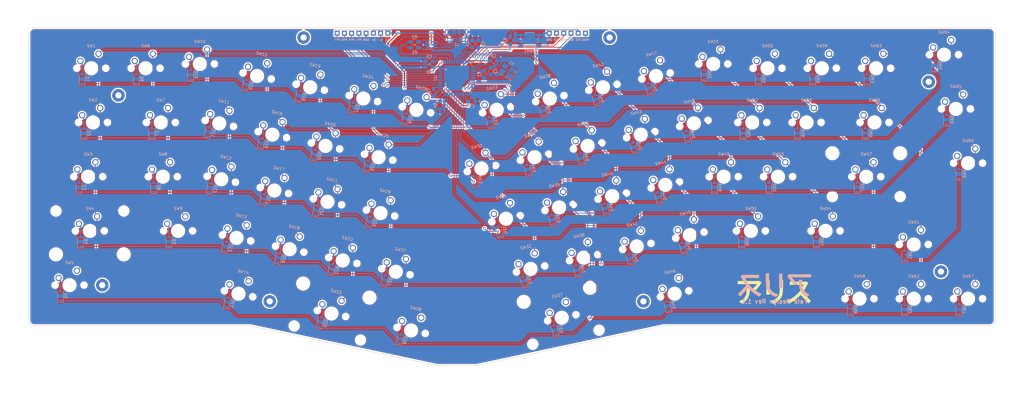
<source format=kicad_pcb>
(kicad_pcb (version 20211014) (generator pcbnew)
  (title_block (rev "1.1"))
  (layers (0 "F.Cu" signal) (31 "B.Cu" signal) (34 "B.Paste" user) (35 "F.Paste" user) (36 "B.SilkS" user "B.Silkscreen") (37 "F.SilkS" user "F.Silkscreen") (38 "B.Mask" user) (39 "F.Mask" user) (44 "Edge.Cuts" user))
  (net 0 "")
  (net 1 "GND")
  (net 2 "XTAL1")
  (net 3 "XTAL2")
  (net 4 "VCC")
  (net 5 "Net-(C4-Pad1)")
  (net 6 "Net-(D1-Pad2)")
  (net 7 "/row0")
  (net 8 "/row1")
  (net 9 "Net-(D2-Pad2)")
  (net 10 "Net-(D3-Pad2)")
  (net 11 "/row2")
  (net 12 "/row3")
  (net 13 "Net-(D4-Pad2)")
  (net 14 "Net-(D5-Pad2)")
  (net 15 "/row4")
  (net 16 "Net-(D6-Pad2)")
  (net 17 "Net-(D7-Pad2)")
  (net 18 "Net-(D8-Pad2)")
  (net 19 "Net-(D9-Pad2)")
  (net 20 "Net-(D10-Pad2)")
  (net 21 "Net-(D11-Pad2)")
  (net 22 "Net-(D12-Pad2)")
  (net 23 "Net-(D13-Pad2)")
  (net 24 "Net-(D14-Pad2)")
  (net 25 "Net-(D15-Pad2)")
  (net 26 "Net-(D16-Pad2)")
  (net 27 "Net-(D17-Pad2)")
  (net 28 "Net-(D18-Pad2)")
  (net 29 "Net-(D19-Pad2)")
  (net 30 "Net-(D20-Pad2)")
  (net 31 "Net-(D21-Pad2)")
  (net 32 "Net-(D22-Pad2)")
  (net 33 "Net-(D23-Pad2)")
  (net 34 "Net-(D24-Pad2)")
  (net 35 "Net-(D25-Pad2)")
  (net 36 "Net-(D26-Pad2)")
  (net 37 "Net-(D27-Pad2)")
  (net 38 "Net-(D28-Pad2)")
  (net 39 "Net-(D29-Pad2)")
  (net 40 "Net-(D30-Pad2)")
  (net 41 "Net-(D31-Pad2)")
  (net 42 "Net-(D32-Pad2)")
  (net 43 "Net-(D33-Pad2)")
  (net 44 "Net-(D34-Pad2)")
  (net 45 "Net-(D35-Pad2)")
  (net 46 "Net-(D36-Pad2)")
  (net 47 "Net-(D37-Pad2)")
  (net 48 "Net-(D38-Pad2)")
  (net 49 "Net-(D39-Pad2)")
  (net 50 "Net-(D40-Pad2)")
  (net 51 "Net-(D41-Pad2)")
  (net 52 "Net-(D42-Pad2)")
  (net 53 "Net-(D43-Pad2)")
  (net 54 "Net-(D44-Pad2)")
  (net 55 "Net-(D45-Pad2)")
  (net 56 "Net-(D46-Pad2)")
  (net 57 "Net-(D47-Pad2)")
  (net 58 "Net-(D48-Pad2)")
  (net 59 "Net-(D49-Pad2)")
  (net 60 "Net-(D50-Pad2)")
  (net 61 "Net-(D51-Pad2)")
  (net 62 "Net-(D52-Pad2)")
  (net 63 "Net-(D53-Pad2)")
  (net 64 "Net-(D54-Pad2)")
  (net 65 "Net-(D55-Pad2)")
  (net 66 "Net-(D56-Pad2)")
  (net 67 "Net-(D57-Pad2)")
  (net 68 "Net-(D58-Pad2)")
  (net 69 "Net-(D59-Pad2)")
  (net 70 "Net-(D60-Pad2)")
  (net 71 "Net-(D61-Pad2)")
  (net 72 "Net-(D62-Pad2)")
  (net 73 "Net-(D63-Pad2)")
  (net 74 "Net-(D64-Pad2)")
  (net 75 "Net-(D65-Pad2)")
  (net 76 "Net-(D66-Pad2)")
  (net 77 "Net-(D67-Pad2)")
  (net 78 "Net-(J1-Pad3)")
  (net 79 "Net-(J1-Pad4)")
  (net 80 "Net-(J1-Pad2)")
  (net 81 "/MISO")
  (net 82 "/SCK")
  (net 83 "/MOSI")
  (net 84 "/~{RES}")
  (net 85 "/PF4")
  (net 86 "/PF5")
  (net 87 "/PF6")
  (net 88 "/PF7")
  (net 89 "D+")
  (net 90 "D-")
  (net 91 "Net-(R4-Pad1)")
  (net 92 "/col0")
  (net 93 "/col1")
  (net 94 "/col2")
  (net 95 "/col3")
  (net 96 "/col4")
  (net 97 "/col5")
  (net 98 "/col6")
  (net 99 "/col8")
  (net 100 "/col9")
  (net 101 "/col10")
  (net 102 "/col11")
  (net 103 "/col12")
  (net 104 "/col13")
  (net 105 "Net-(U1-Pad3)")
  (net 106 "Net-(U1-Pad1)")
  (net 107 "Net-(U2-Pad42)")
  (footprint "MX_Switch:SW_Cherry_MX_1.00u_PCB" (layer "F.Cu") (at 122.880938 74.341971 -12)
    (fp_text reference "SW21")
    (fp_text value "SW_Push")
  )
  (footprint "MX_Switch:SW_Cherry_MX_1.00u_PCB" (layer "F.Cu") (at 109.60331 90.995312 -12)
    (fp_text reference "SW18")
    (fp_text value "SW_Push")
  )
  (footprint "MX_Switch:SW_Cherry_MX_1.00u_PCB" (layer "F.Cu") (at 141.514648 78.302698 -12)
    (fp_text reference "SW26")
    (fp_text value "SW_Push")
  )
  (footprint "MX_Switch:SW_Cherry_MX_1.00u_PCB" (layer "F.Cu") (at 227.441088 93.965196 12)
    (fp_text reference "SW41")
    (fp_text value "SW_Push")
  )
  (footprint "MX_Switch:SW_Cherry_MX_1.00u_PCB" (layer "F.Cu") (at 178.29165 45.985428 12)
    (fp_text reference "SW33")
    (fp_text value "SW_Push")
  )
  (footprint "MX_Switch:SW_Cherry_MX_1.00u_PCB" (layer "F.Cu") (at 196.925362 42.02471 12)
    (fp_text reference "SW38")
    (fp_text value "SW_Push")
  )
  (footprint "MX_Switch:SW_Cherry_MX_1.00u_PCB" (layer "F.Cu") (at 200.188255 80.282361 12)
    (fp_text reference "SW35")
    (fp_text value "SW_Push")
  )
  (footprint "MX_Switch:SW_Cherry_MX_2.00u_PCB_ReversedStabilizers" (layer "F.Cu") (at 114.959436 111.609368 -12)
    (fp_text reference "SW23")
    (fp_text value "SW_Push")
  )
  (footprint "MX_Switch:SW_Cherry_MX_1.00u_PCB" (layer "F.Cu") (at 140.816981 58.678804 -12)
    (fp_text reference "SW25")
    (fp_text value "SW_Push")
  )
  (footprint "MX_Switch:SW_Cherry_MX_1.00u_PCB" (layer "F.Cu") (at 278.775 67.295)
    (fp_text reference "SW53")
    (fp_text value "SW_Push")
  )
  (footprint "MX_Switch:SW_Cherry_MX_1.00u_PCB" (layer "F.Cu") (at 190.173665 101.886631 12)
    (fp_text reference "SW32")
    (fp_text value "SW_Push")
  )
  (footprint "MX_Switch:SW_Cherry_MX_1.00u_PCB" (layer "F.Cu") (at 269.735 48.245)
    (fp_text reference "SW52")
    (fp_text value "SW_Push")
  )
  (footprint "MX_Switch:SW_Cherry_MX_1.00u_PCB" (layer "F.Cu") (at 256.045 27.694615)
    (fp_text reference "SW51")
    (fp_text value "SW_Push")
  )
  (footprint "MX_Switch:SW_Cherry_MX_1.00u_PCB" (layer "F.Cu") (at 152.226866 119.530795 -12)
    (fp_text reference "SW28")
    (fp_text value "SW_Push")
  )
  (footprint "MX_Switch:SW_Cherry_MX_1.00u_PCB" (layer "F.Cu") (at 218.821967 76.321644 12)
    (fp_text reference "SW40")
    (fp_text value "SW_Push")
  )
  (footprint "MX_Switch:SW_Cherry_MX_1.00u_PCB" (layer "F.Cu") (at 122.183271 54.718077 -12)
    (fp_text reference "SW20")
    (fp_text value "SW_Push")
  )
  (footprint "MX_Switch:SW_Cherry_MX_1.00u_PCB" (layer "F.Cu") (at 116.82722 34.103999 -12)
    (fp_text reference "SW19")
    (fp_text value "SW_Push")
  )
  (footprint "MX_Switch:SW_Cherry_MX_1.00u_PCB" (layer "F.Cu") (at 269.250019 86.344998)
    (fp_text reference "SW50")
    (fp_text value "SW_Push")
  )
  (footprint "MX_Switch:SW_Cherry_MX_1.00u_PCB" (layer "F.Cu") (at 172.935423 66.599527 12)
    (fp_text reference "SW30")
    (fp_text value "SW_Push")
  )
  (footprint "MX_Switch:SW_Cherry_MX_1.50u_PCB" (layer "F.Cu") (at 236.060259 111.608708 12)
    (fp_text reference "SW46")
    (fp_text value "SW_Push")
  )
  (footprint "MX_Switch:SW_Cherry_MX_1.00u_PCB" (layer "F.Cu") (at 228.836558 54.717374 12)
    (fp_text reference "SW43")
    (fp_text value "SW_Push")
  )
  (footprint "MX_Switch:SW_Cherry_MX_1.00u_PCB" (layer "F.Cu") (at 259.725 67.295)
    (fp_text reference "SW49")
    (fp_text value "SW_Push")
  )
  (footprint "MX_Switch:SW_Cherry_MX_1.00u_PCB" (layer "F.Cu") (at 191.569134 62.638809 12)
    (fp_text reference "SW34")
    (fp_text value "SW_Push")
  )
  (footprint "MX_Switch:SW_Cherry_MX_1.00u_PCB" (layer "F.Cu") (at 247.47027 50.756656 12)
    (fp_text reference "SW48")
    (fp_text value "SW_Push")
  )
  (footprint "MX_Switch:SW_Cherry_MX_1.00u_PCB" (layer "F.Cu") (at 234.192785 34.103275 12)
    (fp_text reference "SW47")
    (fp_text value "SW_Push")
  )
  (footprint "MX_Switch:SW_Cherry_MX_1.00u_PCB" (layer "F.Cu") (at 246.0748 90.004478 12)
    (fp_text reference "SW45")
    (fp_text value "SW_Push")
  )
  (footprint "MX_Switch:SW_Cherry_MX_1.00u_PCB" (layer "F.Cu") (at 237.455679 72.360926 12)
    (fp_text reference "SW44")
    (fp_text value "SW_Push")
  )
  (footprint "MX_Switch:SW_Cherry_MX_1.00u_PCB" (layer "F.Cu") (at 135.460932 38.064717 -12)
    (fp_text reference "SW24")
    (fp_text value "SW_Push")
  )
  (footprint "MX_Switch:SW_Cherry_MX_1.00u_PCB" (layer "F.Cu") (at 128.237019 94.956039 -12)
    (fp_text reference "SW22")
    (fp_text value "SW_Push")
  )
  (footprint "MX_Switch:SW_Cherry_MX_1.00u_PCB" (layer "F.Cu") (at 215.559074 38.063993 12)
    (fp_text reference "SW42")
    (fp_text value "SW_Push")
  )
  (footprint "MX_Switch:SW_Cherry_MX_1.00u_PCB" (layer "F.Cu") (at 210.202846 58.678092 12)
    (fp_text reference "SW39")
    (fp_text value "SW_Push")
  )
  (footprint "MX_Switch:SW_Cherry_MX_1.00u_PCB" (layer "F.Cu") (at 181.554544 84.243079 12)
    (fp_text reference "SW31")
    (fp_text value "SW_Push")
  )
  (footprint "MX_Switch:SW_Cherry_MX_1.00u_PCB" (layer "F.Cu") (at 146.870729 98.916766 -12)
    (fp_text reference "SW27")
    (fp_text value "SW_Push")
  )
  (footprint "MX_Switch:SW_Cherry_MX_1.00u_PCB" (layer "F.Cu") (at 208.807377 97.925913 12)
    (fp_text reference "SW36")
    (fp_text value "SW_Push")
  )
  (footprint "MX_Switch:SW_Cherry_MX_1.00u_PCB" (layer "F.Cu") (at 154.094644 42.025434 -12)
    (fp_text reference "SW29")
    (fp_text value "SW_Push")
  )
  (footprint "MX_Switch:SW_Cherry_MX_1.00u_PCB" (layer "F.Cu") (at 85.613518 66.420517 -12)
    (fp_text reference "SW12")
    (fp_text value "SW_Push")
  )
  (footprint "MX_Switch:SW_Cherry_MX_1.00u_PCB" (layer "F.Cu") (at 84.915851 46.796624 -12)
    (fp_text reference "SW11")
    (fp_text value "SW_Push")
  )
  (footprint "MX_Switch:SW_Cherry_MX_1.00u_PCB" (layer "F.Cu") (at 75.915 27.694615)
    (fp_text reference "SW10")
    (fp_text value "SW_Push")
  )
  (footprint "MX_Switch:SW_Cherry_MX_1.00u_PCB" (layer "F.Cu") (at 62.225 48.245)
    (fp_text reference "SW7")
    (fp_text value "SW_Push")
  )
  (footprint "MX_Switch:SW_Cherry_MX_1.50u_PCB" (layer "F.Cu") (at 25.4225 105.395)
    (fp_text reference "SW5")
    (fp_text value "SW_Push")
  )
  (footprint "MX_Switch:SW_Cherry_MX_1.00u_PCB" (layer "F.Cu") (at 37.815 29.195)
    (fp_text reference "SW1")
    (fp_text value "SW_Push")
  )
  (footprint "MX_Switch:SW_Cherry_MX_1.00u_PCB" (layer "F.Cu") (at 62.925 67.295)
    (fp_text reference "SW8")
    (fp_text value "SW_Push")
  )
  (footprint "MX_Switch:SW_Cherry_MX_1.75u_PCB" (layer "F.Cu") (at 29.5875 67.295)
    (fp_text reference "SW3")
    (fp_text value "SW_Push")
  )
  (footprint "MX_Switch:SW_Cherry_MX_1.00u_PCB" (layer "F.Cu") (at 56.865 29.195)
    (fp_text reference "SW6")
    (fp_text value "SW_Push")
  )
  (footprint "MX_Switch:SW_Cherry_MX_1.00u_PCB" (layer "F.Cu") (at 104.247228 70.381244 -12)
    (fp_text reference "SW17")
    (fp_text value "SW_Push")
  )
  (footprint "MX_Switch:SW_Cherry_MX_1.00u_PCB" (layer "F.Cu") (at 103.549561 50.75735 -12)
    (fp_text reference "SW16")
    (fp_text value "SW_Push")
  )
  (footprint "MX_Switch:SW_Cherry_MX_1.50u_PCB" (layer "F.Cu") (at 87.008873 105.668295 -12)
    (fp_text reference "SW14")
    (fp_text value "SW_Push")
  )
  (footprint "MX_Switch:SW_Cherry_MX_1.00u_PCB" (layer "F.Cu") (at 68.275 86.345)
    (fp_text reference "SW9")
    (fp_text value "SW_Push")
  )
  (footprint "MX_Switch:SW_Cherry_MX_1.50u_PCB" (layer "F.Cu") (at 33.6525 48.245)
    (fp_text reference "SW2")
    (fp_text value "SW_Push")
  )
  (footprint "MX_Switch:SW_Cherry_MX_1.00u_PCB" (layer "F.Cu") (at 90.9696 87.034586 -12)
    (fp_text reference "SW13")
    (fp_text value "SW_Push")
  )
  (footprint "MX_Switch:SW_Cherry_MX_1.00u_PCB" (layer "F.Cu") (at 341.18 43.482516)
    (fp_text reference "SW65")
    (fp_text value "SW_Push")
  )
  (footprint "MX_Switch:SW_Cherry_MX_1.00u_PCB" (layer "F.Cu") (at 288.785 48.245)
    (fp_text reference "SW56")
    (fp_text value "SW_Push")
  )
  (footprint "MX_Switch:SW_Cherry_MX_1.00u_PCB" (layer "F.Cu") (at 345.449949 62.532519)
    (fp_text reference "SW66")
    (fp_text value "SW_Push")
  )
  (footprint "MX_Switch:SW_Cherry_MX_2.25u_PCB_ReversedStabilizers" (layer "F.Cu") (at 297.825 67.295)
    (fp_text reference "SW57")
    (fp_text value "SW_Push")
  )
  (footprint "MX_Switch:SW_Cherry_MX_1.00u_PCB" (layer "F.Cu") (at 313.195 29.195)
    (fp_text reference "SW63")
    (fp_text value "SW_Push")
  )
  (footprint "MX_Switch:SW_Cherry_MX_1.00u_PCB" (layer "F.Cu") (at 345.449949 110.157503)
    (fp_text reference "SW67")
    (fp_text value "SW_Push")
  )
  (footprint "MX_Switch:SW_Cherry_MX_1.00u_PCB" (layer "F.Cu") (at 337.007542 24.432509)
    (fp_text reference "SW64")
    (fp_text value "SW_Push")
  )
  (footprint "MX_Switch:SW_Cherry_MX_1.50u_PCB" (layer "F.Cu") (at 307.8425 48.245)
    (fp_text reference "SW60")
    (fp_text value "SW_Push")
  )
  (footprint "MX_Switch:SW_Cherry_MX_1.00u_PCB" (layer "F.Cu") (at 275.095 29.195)
    (fp_text reference "SW55")
    (fp_text value "SW_Push")
  )
  (footprint "MX_Switch:SW_Cherry_MX_1.75u_PCB" (layer "F.Cu") (at 288.300019 86.344998)
    (fp_text reference "SW54")
    (fp_text value "SW_Push")
  )
  (footprint "MX_Switch:SW_Cherry_MX_1.00u_PCB" (layer "F.Cu") (at 294.145 29.195)
    (fp_text reference "SW59")
    (fp_text value "SW_Push")
  )
  (footprint "MX_Switch:SW_Cherry_MX_1.00u_PCB" (layer "F.Cu") (at 307.349949 110.157503)
    (fp_text reference "SW58")
    (fp_text value "SW_Push")
  )
  (footprint "MX_Switch:SW_Cherry_MX_1.00u_PCB" (layer "F.Cu") (at 326.399949 91.107503)
    (fp_text reference "SW61")
    (fp_text value "SW_Push")
  )
  (footprint "MX_Switch:SW_Cherry_MX_1.00u_PCB" (layer "F.Cu") (at 326.399949 110.157503)
    (fp_text reference "SW62")
    (fp_text value "SW_Push")
  )
  (footprint "MX_Switch:SW_Cherry_MX_2.25u_PCB" (layer "F.Cu") (at 25.4125 86.345)
    (fp_text reference "SW4")
    (fp_text value "SW_Push")
  )
  (footprint "MX_Switch:SW_Cherry_MX_1.00u_PCB" (layer "F.Cu") (at 98.193509 30.143281 -12)
    (fp_text reference "SW15")
    (fp_text value "SW_Push")
  )
  (footprint "MX_Switch:SW_Cherry_MX_2.75u_PCB_ReversedStabilizers" (layer "F.Cu") (at 184.817553 122.500669 12)
    (fp_text reference "SW37")
    (fp_text value "SW_Push")
  )
  (footprint "arisu:arisu-logo" (layer "F.Cu") (at 287.02 117.301251)
    (fp_text reference "G***" hide)
    (fp_text value "LOGO" hide)
  )
  (footprint "Mounting_Holes:MountingHole_2.2mm_M2_Pad" (layer "F.Cu") (at 51.1975 114.92)
    (fp_text reference "H2")
    (fp_text value "MountingHole")
  )
  (footprint "Mounting_Holes:MountingHole_2.2mm_M2_Pad" (layer "F.Cu") (at 121.82722 27.932509)
    (fp_text reference "H3")
    (fp_text value "MountingHole")
  )
  (footprint "Mounting_Holes:MountingHole_2.2mm_M2_Pad" (layer "F.Cu") (at 229.192785 27.932509)
    (fp_text reference "H5")
    (fp_text value "MountingHole")
  )
  (footprint "Mounting_Holes:MountingHole_2.2mm_M2_Pad" (layer "F.Cu") (at 241.060266 120.60872)
    (fp_text reference "H6")
    (fp_text value "MountingHole")
  )
  (footprint "Mounting_Holes:MountingHole_2.2mm_M2_Pad" (layer "F.Cu") (at 341.18 43.482516)
    (fp_text reference "H7")
    (fp_text value "MountingHole")
  )
  (footprint "Mounting_Holes:MountingHole_2.2mm_M2_Pad" (layer "F.Cu") (at 345.449949 110.157503)
    (fp_text reference "H8")
    (fp_text value "MountingHole")
  )
  (footprint "Mounting_Holes:MountingHole_2.2mm_M2_Pad" (layer "F.Cu") (at 56.865 48.245)
    (fp_text reference "H1" hide)
    (fp_text value "MountingHole")
  )
  (footprint "Mounting_Holes:MountingHole_2.2mm_M2_Pad" (layer "F.Cu") (at 109.959436 120.609368)
    (fp_text reference "H4")
    (fp_text value "MountingHole")
  )
  (footprint "Diodes_SMD:D_SOD-123" (layer "B.Cu") (at 36.485 118.695 90)
    (fp_text reference "D5")
    (fp_text value "D")
  )
  (footprint "Diodes_SMD:D_SOD-123" (layer "B.Cu") (at 43.03125 80.595 90)
    (fp_text reference "D3")
    (fp_text value "D")
  )
  (footprint "Diodes_SMD:D_SOD-123" (layer "B.Cu") (at 44.715 61.545 90)
    (fp_text reference "D2")
    (fp_text value "D")
  )
  (footprint "Capacitors_SMD:C_0805_HandSoldering" (layer "B.Cu") (at 183.134 30.226 90)
    (fp_text reference "C3")
    (fp_text value "10uF")
  )
  (footprint "Capacitors_SMD:C_0805_HandSoldering" (layer "B.Cu") (at 180.848 50.292)
    (fp_text reference "C7")
    (fp_text value "0.1uF")
  )
  (footprint "Diodes_SMD:D_SOD-123" (layer "B.Cu") (at 63.165 42.495 90)
    (fp_text reference "D6")
    (fp_text value "D")
  )
  (footprint "Capacitors_SMD:C_0805_HandSoldering" (layer "B.Cu") (at 167.386 47.244 90)
    (fp_text reference "C8")
    (fp_text value "0.1uF")
  )
  (footprint "Diodes_SMD:D_SOD-123" (layer "B.Cu") (at 69.225 80.595 90)
    (fp_text reference "D8")
    (fp_text value "D")
  )
  (footprint "Diodes_SMD:D_SOD-123" (layer "B.Cu") (at 68.525 61.545 90)
    (fp_text reference "D7")
    (fp_text value "D")
  )
  (footprint "Diodes_SMD:D_SOD-123" (layer "B.Cu") (at 43.61875 99.645 90)
    (fp_text reference "D4")
    (fp_text value "D")
  )
  (footprint "Capacitors_SMD:C_0805_HandSoldering" (layer "B.Cu") (at 165.882 38.354 180)
    (fp_text reference "C6")
    (fp_text value "0.1uF")
  )
  (footprint "Capacitors_SMD:C_0805_HandSoldering" (layer "B.Cu") (at 181.102 30.226 90)
    (fp_text reference "C4")
    (fp_text value "1uF (±10%)")
  )
  (footprint "Diodes_SMD:D_SOD-123" (layer "B.Cu") (at 120.22722 48.423999 78)
    (fp_text reference "D19")
    (fp_text value "D")
  )
  (footprint "Diodes_SMD:D_SOD-123" (layer "B.Cu") (at 127.676293 127.909749 78)
    (fp_text reference "D23")
    (fp_text value "D")
  )
  (footprint "Diodes_SMD:D_SOD-123" (layer "B.Cu") (at 131.637019 109.276039 78)
    (fp_text reference "D22")
    (fp_text value "D")
  )
  (footprint "Diodes_SMD:D_SOD-123" (layer "B.Cu") (at 88.315851 61.116624 78)
    (fp_text reference "D11")
    (fp_text value "D")
  )
  (footprint "Diodes_SMD:D_SOD-123" (layer "B.Cu") (at 82.215 40.994615 90)
    (fp_text reference "D10")
    (fp_text value "D")
  )
  (footprint "Diodes_SMD:D_SOD-123" (layer "B.Cu") (at 150.270729 113.236766 78)
    (fp_text reference "D27")
    (fp_text value "D")
  )
  (footprint "Diodes_SMD:D_SOD-123" (layer "B.Cu") (at 125.583271 69.038077 78)
    (fp_text reference "D20")
    (fp_text value "D")
  )
  (footprint "Diodes_SMD:D_SOD-123" (layer "B.Cu") (at 94.3696 101.354586 78)
    (fp_text reference "D13")
    (fp_text value "D")
  )
  (footprint "Diodes_SMD:D_SOD-123" (layer "B.Cu") (at 107.647228 84.701244 78)
    (fp_text reference "D17")
    (fp_text value "D")
  )
  (footprint "Diodes_SMD:D_SOD-123" (layer "B.Cu") (at 95.067301 120.978474 78)
    (fp_text reference "D14")
    (fp_text value "D")
  )
  (footprint "Diodes_SMD:D_SOD-123" (layer "B.Cu") (at 144.216981 72.998804 78)
    (fp_text reference "D25")
    (fp_text value "D")
  )
  (footprint "Diodes_SMD:D_SOD-123" (layer "B.Cu") (at 89.013518 80.740517 78)
    (fp_text reference "D12")
    (fp_text value "D")
  )
  (footprint "Diodes_SMD:D_SOD-123" (layer "B.Cu") (at 138.860932 52.384717 78)
    (fp_text reference "D24")
    (fp_text value "D")
  )
  (footprint "Diodes_SMD:D_SOD-123" (layer "B.Cu") (at 126.280938 88.661971 78)
    (fp_text reference "D21")
    (fp_text value "D")
  )
  (footprint "Diodes_SMD:D_SOD-123" (layer "B.Cu") (at 106.949561 65.07735 78)
    (fp_text reference "D16")
    (fp_text value "D")
  )
  (footprint "Diodes_SMD:D_SOD-123" (layer "B.Cu") (at 113.00331 105.315312 78)
    (fp_text reference "D18")
    (fp_text value "D")
  )
  (footprint "Diodes_SMD:D_SOD-123" (layer "B.Cu") (at 144.914648 92.622698 78)
    (fp_text reference "D26")
    (fp_text value "D")
  )
  (footprint "Diodes_SMD:D_SOD-123" (layer "B.Cu") (at 332.699949 104.407503 90)
    (fp_text reference "D61")
    (fp_text value "D")
  )
  (footprint "Diodes_SMD:D_SOD-123" (layer "B.Cu") (at 281.395 42.495 90)
    (fp_text reference "D55")
    (fp_text value "D")
  )
  (footprint "Diodes_SMD:D_SOD-123" (layer "B.Cu") (at 237.764558 66.417374 102)
    (fp_text reference "D43")
    (fp_text value "D")
  )
  (footprint "Diodes_SMD:D_SOD-123" (layer "B.Cu") (at 301.743769 99.644998 90)
    (fp_text reference "D54")
    (fp_text value "D")
  )
  (footprint "Diodes_SMD:D_SOD-123" (layer "B.Cu") (at 276.035 61.545 90)
    (fp_text reference "D52")
    (fp_text value "D")
  )
  (footprint "Diodes_SMD:D_SOD-123" (layer "B.Cu") (at 262.345 40.994615 90)
    (fp_text reference "D51")
    (fp_text value "D")
  )
  (footprint "Diodes_SMD:D_SOD-123" (layer "B.Cu") (at 190.482544 95.943079 102)
    (fp_text reference "D31")
    (fp_text value "D")
  )
  (footprint "Diodes_SMD:D_SOD-123" (layer "B.Cu") (at 249.646702 122.318526 102)
    (fp_text reference "D46")
    (fp_text value "D")
  )
  (footprint "Diodes_SMD:D_SOD-123" (layer "B.Cu") (at 227.749967 88.021644 102)
    (fp_text reference "D40")
    (fp_text value "D")
  )
  (footprint "Diodes_SMD:D_SOD-123" (layer "B.Cu") (at 155.626866 133.850795 78)
    (fp_text reference "D28")
    (fp_text value "D")
  )
  (footprint "Diodes_SMD:D_SOD-123" (layer "B.Cu") (at 243.120785 45.803275 102)
    (fp_text reference "D47")
    (fp_text value "D")
  )
  (footprint "Diodes_SMD:D_SOD-123" (layer "B.Cu") (at 157.494644 56.345434 78)
    (fp_text reference "D29")
    (fp_text value "D")
  )
  (footprint "Diodes_SMD:D_SOD-123" (layer "B.Cu") (at 246.383679 84.060926 102)
    (fp_text reference "D44")
    (fp_text value "D")
  )
  (footprint "Diodes_SMD:D_SOD-123" (layer "B.Cu") (at 181.863423 78.299527 102)
    (fp_text reference "D30")
    (fp_text value "D")
  )
  (footprint "Diodes_SMD:D_SOD-123" (layer "B.Cu") (at 318.905 61.545 90)
    (fp_text reference "D60")
    (fp_text value "D")
  )
  (footprint "Diodes_SMD:D_SOD-123" (layer "B.Cu") (at 300.445 42.495 90)
    (fp_text reference "D59")
    (fp_text value "D")
  )
  (footprint "Diodes_SMD:D_SOD-123" (layer "B.Cu") (at 295.085 61.545 90)
    (fp_text reference "D56")
    (fp_text value "D")
  )
  (footprint "Diodes_SMD:D_SOD-123" (layer "B.Cu") (at 200.497134 74.338809 102)
    (fp_text reference "D34")
    (fp_text value "D")
  )
  (footprint "Diodes_SMD:D_SOD-123" (layer "B.Cu") (at 219.130846 70.378092 102)
    (fp_text reference "D39")
    (fp_text value "D")
  )
  (footprint "Diodes_SMD:D_SOD-123" (layer "B.Cu") (at 187.21965 57.685428 102)
    (fp_text reference "D33")
    (fp_text value "D")
  )
  (footprint "Diodes_SMD:D_SOD-123" (layer "B.Cu") (at 313.649949 123.457503 90)
    (fp_text reference "D58")
    (fp_text value "D")
  )
  (footprint "Diodes_SMD:D_SOD-123" (layer "B.Cu") (at 316.03125 80.595 90)
    (fp_text reference "D57")
    (fp_text value "D")
  )
  (footprint "Diodes_SMD:D_SOD-123" (layer "B.Cu") (at 236.369088 105.665196 102)
    (fp_text reference "D41")
    (fp_text value "D")
  )
  (footprint "Diodes_SMD:D_SOD-123" (layer "B.Cu") (at 285.075 80.595 90)
    (fp_text reference "D53")
    (fp_text value "D")
  )
  (footprint "Diodes_SMD:D_SOD-123" (layer "B.Cu") (at 256.39827 62.456656 102)
    (fp_text reference "D48")
    (fp_text value "D")
  )
  (footprint "Diodes_SMD:D_SOD-123" (layer "B.Cu") (at 210.050066 130.735038 102)
    (fp_text reference "D37")
    (fp_text value "D")
  )
  (footprint "Diodes_SMD:D_SOD-123" (layer "B.Cu") (at 205.853362 53.72471 102)
    (fp_text reference "D38")
    (fp_text value "D")
  )
  (footprint "Diodes_SMD:D_SOD-123" (layer "B.Cu") (at 266.025 80.595 90)
    (fp_text reference "D49")
    (fp_text value "D")
  )
  (footprint "Diodes_SMD:D_SOD-123" (layer "B.Cu") (at 224.487074 49.763993 102)
    (fp_text reference "D42")
    (fp_text value "D")
  )
  (footprint "Diodes_SMD:D_SOD-123" (layer "B.Cu") (at 209.116255 91.982361 102)
    (fp_text reference "D35")
    (fp_text value "D")
  )
  (footprint "Diodes_SMD:D_SOD-123" (layer "B.Cu") (at 217.735377 109.625913 102)
    (fp_text reference "D36")
    (fp_text value "D")
  )
  (footprint "Diodes_SMD:D_SOD-123" (layer "B.Cu") (at 319.495 42.495 90)
    (fp_text reference "D63")
    (fp_text value "D")
  )
  (footprint "Diodes_SMD:D_SOD-123" (layer "B.Cu") (at 275.550019 99.644998 90)
    (fp_text reference "D50")
    (fp_text value "D")
  )
  (footprint "Diodes_SMD:D_SOD-123" (layer "B.Cu") (at 332.699949 123.457503 90)
    (fp_text reference "D62")
    (fp_text value "D")
  )
  (footprint "Diodes_SMD:D_SOD-123" (layer "B.Cu") (at 347.48 56.782516 90)
    (fp_text reference "D65")
    (fp_text value "D")
  )
  (footprint "Pin_Headers:Pin_Header_Straight_1x01_Pitch2.54mm" (layer "B.Cu") (at 220.726 26.416)
    (fp_text reference "MISO")
    (fp_text value "MISO")
  )
  (footprint "Pin_Headers:Pin_Header_Straight_1x01_Pitch2.54mm" (layer "B.Cu") (at 213.106 26.416)
    (fp_text reference "MOSI")
    (fp_text value "MOSI")
  )
  (footprint "Pin_Headers:Pin_Header_Straight_1x01_Pitch2.54mm" (layer "B.Cu") (at 208.026 26.416)
    (fp_text reference "GND")
    (fp_text value "GND")
  )
  (footprint "Diodes_SMD:D_SOD-123" (layer "B.Cu") (at 351.749949 123.457503 90)
    (fp_text reference "D67")
    (fp_text value "D")
  )
  (footprint "Diodes_SMD:D_SOD-123" (layer "B.Cu") (at 343.307542 37.732509 90)
    (fp_text reference "D64")
    (fp_text value "D")
  )
  (footprint "Diodes_SMD:D_SOD-123" (layer "B.Cu") (at 351.749949 75.832519 90)
    (fp_text reference "D66")
    (fp_text value "D")
  )
  (footprint "Resistors_SMD:R_0805_HandSoldering" (layer "B.Cu") (at 169.672 51.736 -90)
    (fp_text reference "R4")
    (fp_text value "10K")
  )
  (footprint "Pin_Headers:Pin_Header_Straight_1x01_Pitch2.54mm" (layer "B.Cu") (at 218.186 26.416)
    (fp_text reference "VCC")
    (fp_text value "VCC")
  )
  (footprint "Buttons_Switches_SMD:SW_SPST_TL3342" (layer "B.Cu") (at 201.168 28.956 180)
    (fp_text reference "SWR1")
    (fp_text value "SW_Push")
  )
  (footprint "Diodes_SMD:D_SOD-123" (layer "B.Cu") (at 101.593509 44.463281 78)
    (fp_text reference "D15")
    (fp_text value "D")
  )
  (footprint "Housings_QFP:TQFP-44_10x10mm_Pitch0.8mm" (layer "B.Cu") (at 175.514 42.164 -90)
    (fp_text reference "U2")
    (fp_text value "ATmega32U4-AU")
  )
  (footprint "Capacitors_SMD:C_0805_HandSoldering" (layer "B.Cu") (at 185.166 40.894 -90)
    (fp_text reference "C1")
    (fp_text value "22pF")
  )
  (footprint "Pin_Headers:Pin_Header_Straight_1x01_Pitch2.54mm" (layer "B.Cu") (at 210.566 26.416)
    (fp_text reference "RES")
    (fp_text value "RES")
  )
  (footprint "Connectors_USB:USB_Micro-B_Molex-105017-0001" (layer "B.Cu") (at 175.509855 26.358)
    (fp_text reference "J1")
    (fp_text value "USB_B_Micro")
  )
  (footprint "Pin_Headers:Pin_Header_Straight_1x01_Pitch2.54mm" (layer "B.Cu") (at 215.646 26.416)
    (fp_text reference "SCK")
    (fp_text value "SCK")
  )
  (footprint "TO_SOT_Packages_SMD:SOT-23-6_Handsoldering" (layer "B.Cu") (at 166.624 30.48)
    (fp_text reference "U1")
    (fp_text value "USBLC6-2SC6")
  )
  (footprint "Pin_Headers:Pin_Header_Straight_1x01_Pitch2.54mm" (layer "B.Cu") (at 141.224 26.416)
    (fp_text reference "PF4")
    (fp_text value "PF4")
  )
  (footprint "Pin_Headers:Pin_Header_Straight_1x01_Pitch2.54mm" (layer "B.Cu") (at 136.144 26.416)
    (fp_text reference "PF6")
    (fp_text value "PF6")
  )
  (footprint "Pin_Headers:Pin_Header_Straight_1x01_Pitch2.54mm" (layer "B.Cu") (at 133.604 26.416)
    (fp_text reference "PF7")
    (fp_text value "PF7")
  )
  (footprint "Pin_Headers:Pin_Header_Straight_1x01_Pitch2.54mm" (layer "B.Cu") (at 138.684 26.416)
    (fp_text reference "PF5")
    (fp_text value "PF5")
  )
  (footprint "Pin_Headers:Pin_Header_Straight_1x01_Pitch2.54mm" (layer "B.Cu") (at 151.384 26.416)
    (fp_text reference "VCC")
    (fp_text value "VCC")
  )
  (footprint "Pin_Headers:Pin_Header_Straight_1x01_Pitch2.54mm" (layer "B.Cu") (at 146.304 26.416)
    (fp_text reference "D+")
    (fp_text value "D+")
  )
  (footprint "Pin_Headers:Pin_Header_Straight_1x01_Pitch2.54mm" (layer "B.Cu") (at 148.844 26.416)
    (fp_text reference "D-")
    (fp_text value "D-")
  )
  (footprint "Pin_Headers:Pin_Header_Straight_1x01_Pitch2.54mm" (layer "B.Cu") (at 143.764 26.416)
    (fp_text reference "GND")
    (fp_text value "GND")
  )
  (footprint "Capacitors_SMD:C_0805_HandSoldering" (layer "B.Cu") (at 165.882 36.322 180)
    (fp_text reference "C5")
    (fp_text value "1uF")
  )
  (footprint "Resistors_SMD:R_0805_HandSoldering" (layer "B.Cu") (at 194.31 28.956 -90)
    (fp_text reference "R3")
    (fp_text value "10K")
  )
  (footprint "Resistors_SMD:R_0805_HandSoldering" (layer "B.Cu") (at 160.782 29.464)
    (fp_text reference "R2")
    (fp_text value "22")
  )
  (footprint "Diodes_SMD:D_SOD-123" (layer "B.Cu") (at 74.575 99.645 90)
    (fp_text reference "D9")
    (fp_text value "D")
  )
  (footprint "Resistors_SMD:R_0805_HandSoldering" (layer "B.Cu") (at 160.782 31.496)
    (fp_text reference "R1")
    (fp_text value "22")
  )
  (footprint "Diodes_SMD:D_SOD-123" (layer "B.Cu") (at 44.115 42.495 90)
    (fp_text reference "D1")
    (fp_text value "D")
  )
  (footprint "Diodes_SMD:D_SOD-123" (layer "B.Cu") (at 199.101665 113.586631 102)
    (fp_text reference "D32")
    (fp_text value "D")
  )
  (footprint "Diodes_SMD:D_SOD-123" (layer "B.Cu") (at 255.0028 101.704478 102)
    (fp_text reference "D45")
    (fp_text value "D")
  )
  (footprint "Capacitors_SMD:C_0805_HandSoldering" (layer "B.Cu") (at 188.448 36.068)
    (fp_text reference "C9")
    (fp_text value "0.1uF")
  )
  (footprint "Capacitors_SMD:C_0805_HandSoldering" (layer "B.Cu") (at 187.452 39.751 90)
    (fp_text reference "C2")
    (fp_text value "22pF")
  )
  (footprint "Crystals:Crystal_SMD_SeikoEpson_FA238-4pin_3.2x2.5mm_HandSoldering" (layer "B.Cu") (at 193.294 39.624 150)
    (fp_text reference "Y1")
    (fp_text value "Crystal_GND24")
  )
  (footprint "arisu:arisu-logo" (layer "B.Cu") (at 287.02 114.919998 180)
    (fp_text reference "G***" hide)
    (fp_text value "LOGO" hide)
  )
  (gr_line (start 168.6 143.125232) (end 182.63 143.125232) (layer "Edge.Cuts") (width 0.15))
  (gr_line (start 182.63 143.125232) (end 248.11 129.207503) (layer "Edge.Cuts") (width 0.15))
  (gr_arc (start 25.4125 26.432509) (mid 25.998286 25.018295) (end 27.4125 24.432509) (layer "Edge.Cuts") (width 0.15))
  (gr_arc (start 362.499949 24.432509) (mid 363.914163 25.018295) (end 364.499949 26.432509) (layer "Edge.Cuts") (width 0.15))
  (gr_arc (start 364.499949 127.207503) (mid 363.914163 128.621717) (end 362.499949 129.207503) (layer "Edge.Cuts") (width 0.15))
  (gr_line (start 364.499949 26.432509) (end 364.499949 127.207503) (layer "Edge.Cuts") (width 0.15))
  (gr_line (start 25.4125 26.432509) (end 25.4125 127.207503) (layer "Edge.Cuts") (width 0.15))
  (gr_line (start 248.11 129.207503) (end 362.499949 129.207503) (layer "Edge.Cuts") (width 0.15))
  (gr_line (start 27.4125 129.207503) (end 103.1267 129.207503) (layer "Edge.Cuts") (width 0.15))
  (gr_line (start 103.1267 129.207503) (end 168.6 143.125232) (layer "Edge.Cuts") (width 0.15))
  (gr_line (start 27.4125 24.432509) (end 362.499949 24.432509) (layer "Edge.Cuts") (width 0.15))
  (gr_arc (start 27.4125 129.207503) (mid 25.998286 128.621717) (end 25.4125 127.207503) (layer "Edge.Cuts") (width 0.15))
  (gr_text "Fate Design Rev 1.1" (at 287.02 120.65) (layer "B.SilkS") (effects (font (size 1.5 1.5) (thickness 0.3)) (justify mirror)))
  (via (at 183.134 40.386) (size 0.8) (drill 0.4) (layers "F.Cu" "B.Cu") (net 1))
  (via (at 183.642 50.292) (size 0.8) (drill 0.4) (layers "F.Cu" "B.Cu") (net 1))
  (via (at 171.704 44.196) (size 0.8) (drill 0.4) (layers "F.Cu" "B.Cu") (net 1))
  (via (at 171.704 39.116) (size 0.8) (drill 0.4) (layers "F.Cu" "B.Cu") (net 1))
  (via (at 181.102 27.432) (size 0.8) (drill 0.4) (layers "F.Cu" "B.Cu") (net 1))
  (via (at 163.83 30.48) (size 0.8) (drill 0.4) (layers "F.Cu" "B.Cu") (net 1))
  (via (at 183.134 27.432) (size 0.8) (drill 0.4) (layers "F.Cu" "B.Cu") (net 1))
  (via (at 163.068 36.322) (size 0.8) (drill 0.4) (layers "F.Cu" "B.Cu") (net 1))
  (via (at 191.008 34.798) (size 0.8) (drill 0.4) (layers "F.Cu" "B.Cu") (net 1))
  (via (at 163.068 38.354) (size 0.8) (drill 0.4) (layers "F.Cu" "B.Cu") (net 1))
  (via (at 169.672 54.864) (size 0.8) (drill 0.4) (layers "F.Cu" "B.Cu") (net 1))
  (via (at 197.866 28.448) (size 0.8) (drill 0.4) (layers "F.Cu" "B.Cu") (net 1))
  (segment (start 176.809855 28.708) (end 178.009855 28.708) (width 0.375) (layer "B.Cu") (net 1))
  (segment (start 181.102 28.976) (end 181.102 27.432) (width 0.375) (layer "B.Cu") (net 1))
  (segment (start 186.309 38.501) (end 185.166 39.644) (width 0.375) (layer "B.Cu") (net 1))
  (segment (start 164.632 38.354) (end 163.068 38.354) (width 0.375) (layer "B.Cu") (net 1))
  (segment (start 187.452 38.501) (end 188.452 38.501) (width 0.375) (layer "B.Cu") (net 1))
  (segment (start 195.099737 39.396372) (end 195.099737 38.257142) (width 0.375) (layer "B.Cu") (net 1))
  (segment (start 182.098 50.292) (end 183.642 50.292) (width 0.375) (layer "B.Cu") (net 1))
  (segment (start 191.837561 36.254439) (end 190.754 37.338) (width 0.375) (layer "B.Cu") (net 1))
  (segment (start 193.097034 36.254439) (end 191.837561 36.254439) (width 0.375) (layer "B.Cu") (net 1))
  (segment (start 169.814 38.964) (end 171.552 38.964) (width 0.375) (layer "B.Cu") (net 1))
  (segment (start 183.876 39.644) (end 183.134 40.386) (width 0.375) (layer "B.Cu") (net 1))
  (segment (start 198.018 28.296) (end 197.866 28.448) (width 0.375) (layer "B.Cu") (net 1))
  (segment (start 174.714 35.541498) (end 174.714 36.464) (width 0.375) (layer "B.Cu") (net 1))
  (segment (start 178.409855 26.008) (end 176.509855 26.008) (width 0.375) (layer "B.Cu") (net 1))
  (segment (start 170.939 45.364) (end 171.704 44.599) (width 0.375) (layer "B.Cu") (net 1))
  (segment (start 164.632 36.322) (end 163.068 36.322) (width 0.375) (layer "B.Cu") (net 1))
  (segment (start 189.738 36.068) (end 191.008 34.798) (width 0.375) (layer "B.Cu") (net 1))
  (segment (start 185.166 39.644) (end 183.876 39.644) (width 0.375) (layer "B.Cu") (net 1))
  (segment (start 198.018 27.056) (end 204.318 27.056) (width 0.375) (layer "B.Cu") (net 1))
  (segment (start 182.098 49.798) (end 182.098 50.292) (width 0.375) (layer "B.Cu") (net 1))
  (segment (start 176.809855 28.708) (end 176.809855 33.445643) (width 0.375) (layer "B.Cu") (net 1))
  (segment (start 187.452 38.501) (end 186.309 38.501) (width 0.375) (layer "B.Cu") (net 1))
  (segment (start 169.672 53.086) (end 169.672 54.864) (width 0.375) (layer "B.Cu") (net 1))
  (segment (start 195.099737 39.396372) (end 193.450035 39.396372) (width 0.375) (layer "B.Cu") (net 1))
  (segment (start 179.514 47.864) (end 180.164 47.864) (width 0.375) (layer "B.Cu") (net 1))
  (segment (start 180.164 47.864) (end 182.098 49.798) (width 0.375) (layer "B.Cu") (net 1))
  (segment (start 165.274 30.48) (end 163.83 30.48) (width 0.375) (layer "B.Cu") (net 1))
  (segment (start 171.552 38.964) (end 171.704 39.116) (width 0.375) (layer "B.Cu") (net 1))
  (segment (start 182.956 40.564) (end 183.134 40.386) (width 0.375) (layer "B.Cu") (net 1))
  (segment (start 181.214 40.564) (end 182.956 40.564) (width 0.375) (layer "B.Cu") (net 1))
  (segment (start 176.809855 33.445643) (end 174.714 35.541498) (width 0.375) (layer "B.Cu") (net 1))
  (segment (start 169.814 45.364) (end 170.939 45.364) (width 0.375) (layer "B.Cu") (net 1))
  (segment (start 188.452 38.501) (end 189.615 37.338) (width 0.375) (layer "B.Cu") (net 1))
  (segment (start 189.698 36.068) (end 189.738 36.068) (width 0.375) (layer "B.Cu") (net 1))
  (segment (start 183.134 28.976) (end 183.134 27.432) (width 0.375) (layer "B.Cu") (net 1))
  (segment (start 195.099737 38.257142) (end 193.097034 36.254439) (width 0.375) (layer "B.Cu") (net 1))
  (segment (start 192.994779 39.851628) (end 191.488263 39.851628) (width 0.375) (layer "B.Cu") (net 1))
  (segment (start 167.386 45.994) (end 168.016 45.364) (width 0.375) (layer "B.Cu") (net 1))
  (segment (start 171.704 44.599) (end 171.704 44.196) (width 0.375) (layer "B.Cu") (net 1))
  (segment (start 189.615 37.338) (end 190.754 37.338) (width 0.375) (layer "B.Cu") (net 1))
  (segment (start 174.509855 26.008) (end 172.609855 26.008) (width 0.375) (layer "B.Cu") (net 1))
  (segment (start 198.018 27.056) (end 198.018 28.296) (width 0.375) (layer "B.Cu") (net 1))
  (segment (start 176.809855 28.708) (end 176.809855 26.308) (width 0.375) (layer "B.Cu") (net 1))
  (segment (start 176.809855 26.308) (end 176.509855 26.008) (width 0.375) (layer "B.Cu") (net 1))
  (segment (start 168.016 45.364) (end 169.814 45.364) (width 0.375) (layer "B.Cu") (net 1))
  (segment (start 174.509855 26.008) (end 176.509855 26.008) (width 0.375) (layer "B.Cu") (net 1))
  (segment (start 193.450035 39.396372) (end 192.994779 39.851628) (width 0.375) (layer "B.Cu") (net 1))
  (segment (start 193.157365 42.144) (end 193.999737 41.301628) (width 0.25) (layer "B.Cu") (net 2))
  (segment (start 185.166 42.144) (end 193.157365 42.144) (width 0.25) (layer "B.Cu") (net 2))
  (segment (start 185.146 42.164) (end 185.166 42.144) (width 0.25) (layer "B.Cu") (net 2))
  (segment (start 181.214 42.164) (end 185.146 42.164) (width 0.25) (layer "B.Cu") (net 2))
  (segment (start 186.577 41.001) (end 186.47 40.894) (width 0.25) (layer "B.Cu") (net 3))
  (segment (start 186.47 40.894) (end 184.455998 40.894) (width 0.25) (layer "B.Cu") (net 3))
  (segment (start 190.381628 37.946372) (end 192.588263 37.946372) (width 0.25) (layer "B.Cu") (net 3))
  (segment (start 187.452 41.001) (end 186.577 41.001) (width 0.25) (layer "B.Cu") (net 3))
  (segment (start 187.452 40.876) (end 190.381628 37.946372) (width 0.25) (layer "B.Cu") (net 3))
  (segment (start 183.985998 41.364) (end 184.455998 40.894) (width 0.25) (layer "B.Cu") (net 3))
  (segment (start 187.452 41.001) (end 187.452 40.876) (width 0.25) (layer "B.Cu") (net 3))
  (segment (start 181.214 41.364) (end 183.985998 41.364) (width 0.25) (layer "B.Cu") (net 3))
  (segment (start 177.546 51.816) (end 171.704 45.974) (width 0.375) (layer "F.Cu") (net 4))
  (segment (start 157.226 40.132) (end 157.226 45.466) (width 0.375) (layer "F.Cu") (net 4))
  (segment (start 151.384 34.29) (end 151.384 29.972) (width 0.375) (layer "F.Cu") (net 4))
  (segment (start 166.654002 30.48) (end 166.654002 26.446002) (width 0.375) (layer "F.Cu") (net 4))
  (segment (start 173.586498 41.91) (end 173.586498 44.091502) (width 0.375) (layer "F.Cu") (net 4))
  (segment (start 171.704 45.974) (end 173.586498 44.091502) (width 0.375) (layer "F.Cu") (net 4))
  (segment (start 191.77 30.235979) (end 185.260519 30.235979) (width 0.375) (layer "F.Cu") (net 4))
  (segment (start 151.384 34.29) (end 154.432 37.338) (width 0.375) (layer "F.Cu") (net 4))
  (segment (start 154.432 37.338) (end 157.226 40.132) (width 0.375) (layer "F.Cu") (net 4))
  (segment (start 173.586498 41.91) (end 179.428498 36.068) (width 0.375) (layer "F.Cu") (net 4))
  (segment (start 179.428498 36.068) (end 185.260519 30.235979) (width 0.375) (layer "F.Cu") (net 4))
  (segment (start 166.654002 26.446002) (end 166.624 26.416) (width 0.375) (layer "F.Cu") (net 4))
  (segment (start 185.674 36.068) (end 179.428498 36.068) (width 0.375) (layer "F.Cu") (net 4))
  (segment (start 151.384 29.972) (end 154.94 26.416) (width 0.375) (layer "F.Cu") (net 4))
  (segment (start 179.578 51.816) (end 177.546 51.816) (width 0.375) (layer "F.Cu") (net 4))
  (via (at 157.226 45.466) (size 0.8) (drill 0.4) (layers "F.Cu" "B.Cu") (net 4))
  (via (at 154.94 26.416) (size 0.8) (drill 0.4) (layers "F.Cu" "B.Cu") (net 4))
  (via (at 191.77 30.235979) (size 0.8) (drill 0.4) (layers "F.Cu" "B.Cu") (net 4))
  (via (at 171.704 45.974) (size 0.8) (drill 0.4) (layers "F.Cu" "B.Cu") (net 4))
  (via (at 179.578 51.816) (size 0.8) (drill 0.4) (layers "F.Cu" "B.Cu") (net 4))
  (via (at 154.432 37.338) (size 0.8) (drill 0.4) (layers "F.Cu" "B.Cu") (net 4))
  (via (at 185.674 36.068) (size 0.8) (drill 0.4) (layers "F.Cu" "B.Cu") (net 4))
  (via (at 166.654002 30.48) (size 0.8) (drill 0.4) (layers "F.Cu" "B.Cu") (net 4))
  (via (at 166.624 26.416) (size 0.8) (drill 0.4) (layers "F.Cu" "B.Cu") (net 4))
  (segment (start 169.716 46.164) (end 167.386 48.494) (width 0.375) (layer "B.Cu") (net 4))
  (segment (start 165.994499 37.341499) (end 167.007 38.354) (width 0.375) (layer "B.Cu") (net 4))
  (segment (start 167.386 48.369) (end 167.386 48.494) (width 0.375) (layer "B.Cu") (net 4))
  (segment (start 168.257 36.322) (end 169.527 35.052) (width 0.375) (layer "B.Cu") (net 4))
  (segment (start 187.198 36.068) (end 187.073 36.068) (width 0.375) (layer "B.Cu") (net 4))
  (segment (start 172.027 35.052) (end 172.314 35.339) (width 0.375) (layer "B.Cu") (net 4))
  (segment (start 154.94 26.416) (end 151.384 26.416) (width 0.375) (layer "B.Cu") (net 4))
  (segment (start 167.132 38.354) (end 167.322 38.164) (width 0.375) (layer "B.Cu") (net 4))
  (segment (start 194.31 27.706) (end 194.31 27.606) (width 0.375) (layer "B.Cu") (net 4))
  (segment (start 167.322 38.164) (end 169.814 38.164) (width 0.375) (layer "B.Cu") (net 4))
  (segment (start 172.475854 29.820501) (end 169.071353 26.416) (width 0.375) (layer "B.Cu") (net 4))
  (segment (start 154.435499 37.334501) (end 154.432 37.338) (width 0.375) (layer "B.Cu") (net 4))
  (segment (start 179.598 51.796) (end 179.578 51.816) (width 0.375) (layer "B.Cu") (net 4))
  (segment (start 218.186 25.191) (end 218.186 26.416) (width 0.375) (layer "B.Cu") (net 4))
  (segment (start 183.134 31.476) (end 190.54 31.476) (width 0.375) (layer "B.Cu") (net 4))
  (segment (start 194.31 27.606) (end 194.31 26.481) (width 0.375) (layer "B.Cu") (net 4))
  (segment (start 187.073 36.068) (end 185.549 37.592) (width 0.375) (layer "B.Cu") (net 4))
  (segment (start 185.549 37.592) (end 184.511 37.592) (width 0.375) (layer "B.Cu") (net 4))
  (segment (start 181.214 39.764) (end 182.339 39.764) (width 0.375) (layer "B.Cu") (net 4))
  (segment (start 179.598 50.292) (end 178.714 49.408) (width 0.375) (layer "B.Cu") (net 4))
  (segment (start 169.071353 26.416) (end 166.624 26.416) (width 0.375) (layer "B.Cu") (net 4))
  (segment (start 182.715 33.02) (end 178.86187 33.02) (width 0.375) (layer "B.Cu") (net 4))
  (segment (start 172.314 35.339) (end 172.314 36.464) (width 0.375) (layer "B.Cu") (net 4))
  (segment (start 167.132 36.322) (end 168.257 36.322) (width 0.375) (layer "B.Cu") (net 4))
  (segment (start 191.77 30.235979) (end 194.31 27.706) (width 0.375) (layer "B.Cu") (net 4))
  (segment (start 174.209855 28.708) (end 174.209855 29.154502) (width 0.375) (layer "B.Cu") (net 4))
  (segment (start 165.994499 37.334501) (end 165.994499 37.341499) (width 0.375) (layer "B.Cu") (net 4))
  (segment (start 190.54 31.476) (end 191.77 30.235979) (width 0.375) (layer "B.Cu") (net 4))
  (segment (start 169.527 35.052) (end 172.027 35.052) (width 0.375) (layer "B.Cu") (net 4))
  (segment (start 167.386 48.494) (end 169.184 48.494) (width 0.375) (layer "B.Cu") (net 4))
  (segment (start 167.974 30.48) (end 166.654002 30.48) (width 0.375) (layer "B.Cu") (net 4))
  (segment (start 194.31 26.481) (end 195.612501 25.178499) (width 0.375) (layer "B.Cu") (net 4))
  (segment (start 169.184 48.494) (end 171.704 45.974) (width 0.375) (layer "B.Cu") (net 4))
  (segment (start 183.134 31.476) (end 183.134 32.601) (width 0.375) (layer "B.Cu") (net 4))
  (segment (start 174.209855 29.154502) (end 173.543856 29.820501) (width 0.375) (layer "B.Cu") (net 4))
  (segment (start 195.612501 25.178499) (end 218.173499 25.178499) (width 0.375) (layer "B.Cu") (net 4))
  (segment (start 167.007 36.322) (end 167.132 36.322) (width 0.375) (layer "B.Cu") (net 4))
  (segment (start 178.86187 33.02) (end 176.314 35.56787) (width 0.375) (layer "B.Cu") (net 4))
  (segment (start 179.598 50.292) (end 179.598 51.796) (width 0.375) (layer "B.Cu") (net 4))
  (segment (start 183.134 32.601) (end 182.715 33.02) (width 0.375) (layer "B.Cu") (net 4))
  (segment (start 167.007 38.354) (end 167.132 38.354) (width 0.375) (layer "B.Cu") (net 4))
  (segment (start 166.624 26.416) (end 154.94 26.416) (width 0.375) (layer "B.Cu") (net 4))
  (segment (start 182.339 39.764) (end 184.511 37.592) (width 0.375) (layer "B.Cu") (net 4))
  (segment (start 157.226 45.466) (end 164.483 45.466) (width 0.375) (layer "B.Cu") (net 4))
  (segment (start 173.543856 29.820501) (end 172.475854 29.820501) (width 0.375) (layer "B.Cu") (net 4))
  (segment (start 178.714 49.408) (end 178.714 47.864) (width 0.375) (layer "B.Cu") (net 4))
  (segment (start 176.314 35.56787) (end 176.314 36.464) (width 0.375) (layer "B.Cu") (net 4))
  (segment (start 218.173499 25.178499) (end 218.186 25.191) (width 0.375) (layer "B.Cu") (net 4))
  (segment (start 169.814 46.164) (end 169.716 46.164) (width 0.375) (layer "B.Cu") (net 4))
  (segment (start 165.994499 37.334501) (end 167.007 36.322) (width 0.375) (layer "B.Cu") (net 4))
  (segment (start 165.994499 37.334501) (end 154.435499 37.334501) (width 0.375) (layer "B.Cu") (net 4))
  (segment (start 164.483 45.466) (end 167.386 48.369) (width 0.375) (layer "B.Cu") (net 4))
  (segment (start 185.674 36.068) (end 187.198 36.068) (width 0.375) (layer "B.Cu") (net 4))
  (segment (start 175.514 35.554684) (end 179.592684 31.476) (width 0.375) (layer "B.Cu") (net 5))
  (segment (start 175.514 36.464) (end 175.514 35.554684) (width 0.375) (layer "B.Cu") (net 5))
  (segment (start 179.592684 31.476) (end 181.102 31.476) (width 0.375) (layer "B.Cu") (net 5))
  (segment (start 44.115 40.845) (end 44.115 36.765) (width 0.375) (layer "B.Cu") (net 6))
  (segment (start 44.115 36.765) (end 43.53 36.18) (width 0.375) (layer "B.Cu") (net 6))
  (segment (start 197.550039 50.973276) (end 197.550039 54.550039) (width 0.25) (layer "F.Cu") (net 7))
  (segment (start 195.45001 44.740598) (end 195.45001 48.873247) (width 0.25) (layer "F.Cu") (net 7))
  (segment (start 198.338654 55.338654) (end 198.75 55.338654) (width 0.25) (layer "F.Cu") (net 7))
  (segment (start 180.975 43.561) (end 178.435 46.101) (width 0.25) (layer "F.Cu") (net 7))
  (segment (start 194.270412 43.561) (end 180.975 43.561) (width 0.25) (layer "F.Cu") (net 7))
  (segment (start 166.116 59.424397) (end 178.627397 59.424397) (width 0.25) (layer "F.Cu") (net 7))
  (segment (start 197.550039 50.973276) (end 195.45001 48.873247) (width 0.25) (layer "F.Cu") (net 7))
  (segment (start 178.627397 59.424397) (end 178.639 59.436) (width 0.25) (layer "F.Cu") (net 7))
  (segment (start 197.550039 54.550039) (end 198.338654 55.338654) (width 0.25) (layer "F.Cu") (net 7))
  (segment (start 194.270412 43.561) (end 195.45001 44.740598) (width 0.25) (layer "F.Cu") (net 7))
  (via (at 178.435 46.101) (size 0.8) (drill 0.4) (layers "F.Cu" "B.Cu") (net 7))
  (via (at 166.116 59.424397) (size 0.8) (drill 0.4) (layers "F.Cu" "B.Cu") (net 7))
  (via (at 178.639 59.436) (size 0.8) (drill 0.4) (layers "F.Cu" "B.Cu") (net 7))
  (via (at 198.75 55.338654) (size 0.8) (drill 0.4) (layers "F.Cu" "B.Cu") (net 7))
  (segment (start 263.145385 44.145) (end 262.345 43.344615) (width 0.25) (layer "B.Cu") (net 7))
  (segment (start 319.495 44.145) (end 263.145385 44.145) (width 0.25) (layer "B.Cu") (net 7))
  (segment (start 187.426076 59.436) (end 187.562704 59.299372) (width 0.25) (layer "B.Cu") (net 7))
  (segment (start 44.115 44.145) (end 81.414615 44.145) (width 0.25) (layer "B.Cu") (net 7))
  (segment (start 157.15159 57.959378) (end 164.650981 57.959378) (width 0.25) (layer "B.Cu") (net 7))
  (segment (start 82.215 43.344615) (end 82.215 42.644615) (width 0.25) (layer "B.Cu") (net 7))
  (segment (start 81.414615 44.145) (end 82.215 43.344615) (width 0.25) (layer "B.Cu") (net 7))
  (segment (start 135.117212 50.037943) (end 119.884166 50.037943) (width 0.25) (layer "B.Cu") (net 7))
  (segment (start 224.830128 51.377937) (end 210.157133 51.377937) (width 0.25) (layer "B.Cu") (net 7))
  (segment (start 164.650981 57.959378) (end 166.116 59.424397) (width 0.25) (layer "B.Cu") (net 7))
  (segment (start 178.435 44.743) (end 178.435 46.101) (width 0.25) (layer "B.Cu") (net 7))
  (segment (start 180.214 42.964) (end 178.435 44.743) (width 0.25) (layer "B.Cu") (net 7))
  (segment (start 138.517878 53.998661) (end 153.190873 53.998661) (width 0.25) (layer "B.Cu") (net 7))
  (segment (start 97.817845 42.644615) (end 101.250455 46.077225) (width 0.25) (layer "B.Cu") (net 7))
  (segment (start 82.215 42.644615) (end 97.817845 42.644615) (width 0.25) (layer "B.Cu") (net 7))
  (segment (start 187.112076 59.75) (end 187.562704 59.299372) (width 0.25) (layer "B.Cu") (net 7))
  (segment (start 262.345 43.344615) (end 262.345 42.644615) (width 0.25) (layer "B.Cu") (net 7))
  (segment (start 262.345 42.644615) (end 248.236443 42.644615) (width 0.25) (layer "B.Cu") (net 7))
  (segment (start 178.639 59.436) (end 187.426076 59.436) (width 0.25) (layer "B.Cu") (net 7))
  (segment (start 198.75 55.338654) (end 191.523422 55.338654) (width 0.25) (layer "B.Cu") (net 7))
  (segment (start 101.250455 46.077225) (end 115.923448 46.077225) (width 0.25) (layer "B.Cu") (net 7))
  (segment (start 248.236443 42.644615) (end 243.463839 47.417219) (width 0.25) (layer "B.Cu") (net 7))
  (segment (start 191.523422 55.338654) (end 187.562704 59.299372) (width 0.25) (layer "B.Cu") (net 7))
  (segment (start 138.517878 53.998661) (end 138.517878 53.438609) (width 0.25) (layer "B.Cu") (net 7))
  (segment (start 115.923448 46.077225) (end 119.884166 50.037943) (width 0.25) (layer "B.Cu") (net 7))
  (segment (start 243.463839 47.417219) (end 228.790846 47.417219) (width 0.25) (layer "B.Cu") (net 7))
  (segment (start 210.157133 51.377937) (end 206.196416 55.338654) (width 0.25) (layer "B.Cu") (net 7))
  (segment (start 181.214 42.964) (end 180.214 42.964) (width 0.25) (layer "B.Cu") (net 7))
  (segment (start 206.196416 55.338654) (end 198.75 55.338654) (width 0.25) (layer "B.Cu") (net 7))
  (segment (start 153.190873 53.998661) (end 157.15159 57.959378) (width 0.25) (layer "B.Cu") (net 7))
  (segment (start 138.517878 53.438609) (end 135.117212 50.037943) (width 0.25) (layer "B.Cu") (net 7))
  (segment (start 228.790846 47.417219) (end 224.830128 51.377937) (width 0.25) (layer "B.Cu") (net 7))
  (segment (start 181.781001 44.024999) (end 194.098001 44.024999) (width 0.25) (layer "F.Cu") (net 8))
  (segment (start 197.100029 51.159676) (end 197.100029 54.737958) (width 0.25) (layer "F.Cu") (net 8))
  (segment (start 211.714898 71.992036) (end 212.25 71.992036) (width 0.25) (layer "F.Cu") (net 8))
  (segment (start 210.36037 66.11037) (end 210.36037 70.637508) (width 0.25) (layer "F.Cu") (net 8))
  (segment (start 195 49.059647) (end 197.100029 51.159676) (width 0.25) (layer "F.Cu") (net 8))
  (segment (start 195 44.926998) (end 195 49.059647) (width 0.25) (layer "F.Cu") (net 8))
  (segment (start 203.91062 61.548549) (end 205.798549 61.548549) (width 0.25) (layer "F.Cu") (net 8))
  (segment (start 205.798549 61.548549) (end 210.36037 66.11037) (width 0.25) (layer "F.Cu") (net 8))
  (segment (start 194.098001 44.024999) (end 195 44.926998) (width 0.25) (layer "F.Cu") (net 8))
  (segment (start 210.36037 70.637508) (end 211.714898 71.992036) (width 0.25) (layer "F.Cu") (net 8))
  (segment (start 197.100029 54.737958) (end 203.91062 61.548549) (width 0.25) (layer "F.Cu") (net 8))
  (segment (start 179.5 76.5) (end 181.5 78.5) (width 0.25) (layer "F.Cu") (net 8))
  (segment (start 173.5 76.5) (end 179.5 76.5) (width 0.25) (layer "F.Cu") (net 8))
  (segment (start 179.705 46.101) (end 181.781001 44.024999) (width 0.25) (layer "F.Cu") (net 8))
  (via (at 212.25 71.992036) (size 0.8) (drill 0.4) (layers "F.Cu" "B.Cu") (net 8))
  (via (at 173.5 76.5) (size 0.8) (drill 0.4) (layers "F.Cu" "B.Cu") (net 8))
  (via (at 181.5 78.5) (size 0.8) (drill 0.4) (layers "F.Cu" "B.Cu") (net 8))
  (via (at 179.705 46.101) (size 0.8) (drill 0.4) (layers "F.Cu" "B.Cu") (net 8))
  (segment (start 181.214 43.764) (end 180.214 43.764) (width 0.25) (layer "B.Cu") (net 8))
  (segment (start 171.612748 74.612748) (end 173.5 76.5) (width 0.25) (layer "B.Cu") (net 8))
  (segment (start 143.873927 74.612748) (end 171.612748 74.612748) (width 0.25) (layer "B.Cu") (net 8))
  (segment (start 238.107612 68.031318) (end 223.434618 68.031318) (width 0.25) (layer "B.Cu") (net 8))
  (segment (start 106.606507 66.691294) (end 121.27949 66.691294) (width 0.375) (layer "B.Cu") (net 8))
  (segment (start 139.9132 70.652021) (end 143.873927 74.612748) (width 0.375) (layer "B.Cu") (net 8))
  (segment (start 223.434618 68.031318) (end 219.4739 71.992036) (width 0.25) (layer "B.Cu") (net 8))
  (segment (start 102.645781 62.730568) (end 106.606507 66.691294) (width 0.375) (layer "B.Cu") (net 8))
  (segment (start 181.5 78.5) (end 181.5 79.206994) (width 0.25) (layer "B.Cu") (net 8))
  (segment (start 200.840188 75.952753) (end 186.167195 75.952753) (width 0.25) (layer "B.Cu") (net 8))
  (segment (start 344.424 45.72) (end 326.949 63.195) (width 0.25) (layer "B.Cu") (net 8))
  (segment (start 343.307542 40.082509) (end 344.424 41.198967) (width 0.25) (layer "B.Cu") (net 8))
  (segment (start 180.214 43.764) (end 179.705 44.273) (width 0.25) (layer "B.Cu") (net 8))
  (segment (start 125.240217 70.652021) (end 139.9132 70.652021) (width 0.375) (layer "B.Cu") (net 8))
  (segment (start 344.424 41.198967) (end 344.424 45.72) (width 0.25) (layer "B.Cu") (net 8))
  (segment (start 87.508365 63.195) (end 87.972797 62.730568) (width 0.375) (layer "B.Cu") (net 8))
  (segment (start 179.705 44.273) (end 179.705 46.101) (width 0.25) (layer "B.Cu") (net 8))
  (segment (start 121.27949 66.691294) (end 125.240217 70.652021) (width 0.375) (layer "B.Cu") (net 8))
  (segment (start 219.4739 71.992036) (end 212.25 71.992036) (width 0.25) (layer "B.Cu") (net 8))
  (segment (start 242.06833 64.0706) (end 238.107612 68.031318) (width 0.25) (layer "B.Cu") (net 8))
  (segment (start 343.307542 39.382509) (end 343.307542 40.082509) (width 0.25) (layer "B.Cu") (net 8))
  (segment (start 204.800905 71.992036) (end 200.840188 75.952753) (width 0.25) (layer "B.Cu") (net 8))
  (segment (start 186.167195 75.952753) (end 182.206477 79.913471) (width 0.25) (layer "B.Cu") (net 8))
  (segment (start 318.905 63.195) (end 257.616924 63.195) (width 0.25) (layer "B.Cu") (net 8))
  (segment (start 44.715 63.195) (end 87.508365 63.195) (width 0.375) (layer "B.Cu") (net 8))
  (segment (start 181.5 79.206994) (end 182.206477 79.913471) (width 0.25) (layer "B.Cu") (net 8))
  (segment (start 256.741324 64.0706) (end 242.06833 64.0706) (width 0.25) (layer "B.Cu") (net 8))
  (segment (start 326.949 63.195) (end 318.905 63.195) (width 0.25) (layer "B.Cu") (net 8))
  (segment (start 87.972797 62.730568) (end 102.645781 62.730568) (width 0.375) (layer "B.Cu") (net 8))
  (segment (start 212.25 71.992036) (end 204.800905 71.992036) (width 0.25) (layer "B.Cu") (net 8))
  (segment (start 257.616924 63.195) (end 256.741324 64.0706) (width 0.25) (layer "B.Cu") (net 8))
  (segment (start 44.715 55.815) (end 44.13 55.23) (width 0.375) (layer "B.Cu") (net 9))
  (segment (start 44.715 59.895) (end 44.715 55.815) (width 0.375) (layer "B.Cu") (net 9))
  (segment (start 43.03125 74.865) (end 42.44625 74.28) (width 0.375) (layer "B.Cu") (net 10))
  (segment (start 43.03125 78.945) (end 43.03125 74.865) (width 0.375) (layer "B.Cu") (net 10))
  (segment (start 205.498559 61.998559) (end 209.91036 66.41036) (width 0.25) (layer "F.Cu") (net 11))
  (segment (start 186.25 96) (end 190 96) (width 0.25) (layer "F.Cu") (net 11))
  (segment (start 193.75 44.75) (end 194.475001 45.475001) (width 0.25) (layer "F.Cu") (net 11))
  (segment (start 194.475001 49.171058) (end 196.650019 51.346076) (width 0.25) (layer "F.Cu") (net 11))
  (segment (start 222.539203 89.635588) (end 223 89.635588) (width 0.25) (layer "F.Cu") (net 11))
  (segment (start 215.25 82.346385) (end 222.539203 89.635588) (width 0.25) (layer "F.Cu") (net 11))
  (segment (start 203.72422 61.998559) (end 205.498559 61.998559) (width 0.25) (layer "F.Cu") (net 11))
  (segment (start 209.91036 70.823908) (end 215.25 76.163548) (width 0.25) (layer "F.Cu") (net 11))
  (segment (start 194.475001 45.475001) (end 194.475001 49.171058) (width 0.25) (layer "F.Cu") (net 11))
  (segment (start 185.25 95) (end 186.25 96) (width 0.25) (layer "F.Cu") (net 11))
  (segment (start 215.25 76.163548) (end 215.25 82.346385) (width 0.25) (layer "F.Cu") (net 11))
  (segment (start 196.650019 54.924358) (end 203.72422 61.998559) (width 0.25) (layer "F.Cu") (net 11))
  (segment (start 209.91036 66.41036) (end 209.91036 70.823908) (width 0.25) (layer "F.Cu") (net 11))
  (segment (start 196.650019 51.346076) (end 196.650019 54.924358) (width 0.25) (layer "F.Cu") (net 11))
  (via (at 185.25 95) (size 0.8) (drill 0.4) (layers "F.Cu" "B.Cu") (net 11))
  (via (at 223 89.635588) (size 0.8) (drill 0.4) (layers "F.Cu" "B.Cu") (net 11))
  (via (at 193.75 44.75) (size 0.8) (drill 0.4) (layers "F.Cu" "B.Cu") (net 11))
  (via (at 190 96) (size 0.8) (drill 0.4) (layers "F.Cu" "B.Cu") (net 11))
  (segment (start 315.18125 82.245) (end 316.03125 82.245) (width 0.25) (layer "B.Cu") (net 11))
  (segment (start 223 89.635588) (end 213.420026 89.635588) (width 0.25) (layer "B.Cu") (net 11))
  (segment (start 285.075 82.245) (end 266.025 82.245) (width 0.25) (layer "B.Cu") (net 11))
  (segment (start 213.420026 89.635588) (end 209.459309 93.596305) (width 0.25) (layer "B.Cu") (net 11))
  (segment (start 266.025 82.245) (end 250.156603 82.245) (width 0.25) (layer "B.Cu") (net 11))
  (segment (start 246.726733 85.67487) (end 232.053739 85.67487) (width 0.25) (layer "B.Cu") (net 11))
  (segment (start 125.937884 90.275915) (end 140.610867 90.275915) (width 0.375) (layer "B.Cu") (net 11))
  (segment (start 286.200001 81.969999) (end 314.906249 81.969999) (width 0.25) (layer "B.Cu") (net 11))
  (segment (start 316.03125 82.245) (end 324.367516 82.245) (width 0.25) (layer "B.Cu") (net 11))
  (segment (start 144.571594 94.236642) (end 184.486642 94.236642) (width 0.25) (layer "B.Cu") (net 11))
  (segment (start 314.906249 81.969999) (end 315.18125 82.245) (width 0.25) (layer "B.Cu") (net 11))
  (segment (start 190 96) (end 190 96.731425) (width 0.25) (layer "B.Cu") (net 11))
  (segment (start 193.564 44.564) (end 193.75 44.75) (width 0.25) (layer "B.Cu") (net 11))
  (segment (start 228.093021 89.635588) (end 223 89.635588) (width 0.25) (layer "B.Cu") (net 11))
  (segment (start 121.52704 85.865071) (end 125.937884 90.275915) (width 0.375) (layer "B.Cu") (net 11))
  (segment (start 250.156603 82.245) (end 246.726733 85.67487) (width 0.25) (layer "B.Cu") (net 11))
  (segment (start 190 96.731425) (end 190.825598 97.557023) (width 0.25) (layer "B.Cu") (net 11))
  (segment (start 285.925 82.245) (end 286.200001 81.969999) (width 0.25) (layer "B.Cu") (net 11))
  (segment (start 140.610867 90.275915) (end 144.571594 94.236642) (width 0.375) (layer "B.Cu") (net 11))
  (segment (start 88.561003 82.245) (end 88.670464 82.354461) (width 0.375) (layer "B.Cu") (net 11))
  (segment (start 347.48 59.132516) (end 347.48 58.432516) (width 0.25) (layer "B.Cu") (net 11))
  (segment (start 232.053739 85.67487) (end 228.093021 89.635588) (width 0.25) (layer "B.Cu") (net 11))
  (segment (start 88.670464 82.354461) (end 103.343447 82.354461) (width 0.375) (layer "B.Cu") (net 11))
  (segment (start 184.486642 94.236642) (end 185.25 95) (width 0.25) (layer "B.Cu") (net 11))
  (segment (start 103.343447 82.354461) (end 107.304174 86.315188) (width 0.375) (layer "B.Cu") (net 11))
  (segment (start 285.075 82.245) (end 285.925 82.245) (width 0.25) (layer "B.Cu") (net 11))
  (segment (start 324.367516 82.245) (end 347.48 59.132516) (width 0.25) (layer "B.Cu") (net 11))
  (segment (start 107.754291 85.865071) (end 121.52704 85.865071) (width 0.375) (layer "B.Cu") (net 11))
  (segment (start 107.304174 86.315188) (end 107.754291 85.865071) (width 0.375) (layer "B.Cu") (net 11))
  (segment (start 43.03125 82.245) (end 88.561003 82.245) (width 0.375) (layer "B.Cu") (net 11))
  (segment (start 194.786316 93.596305) (end 190.825598 97.557023) (width 0.25) (layer "B.Cu") (net 11))
  (segment (start 181.214 44.564) (end 193.564 44.564) (width 0.25) (layer "B.Cu") (net 11))
  (segment (start 209.459309 93.596305) (end 194.786316 93.596305) (width 0.25) (layer "B.Cu") (net 11))
  (segment (start 205.198569 62.448569) (end 203.53782 62.448569) (width 0.25) (layer "F.Cu") (net 12))
  (segment (start 203.53782 62.448569) (end 196.200009 55.110758) (width 0.25) (layer "F.Cu") (net 12))
  (segment (start 209.46035 66.71035) (end 205.198569 62.448569) (width 0.25) (layer "F.Cu") (net 12))
  (segment (start 223.912041 101.305676) (end 223.912041 91.644836) (width 0.25) (layer "F.Cu") (net 12))
  (segment (start 226.248583 103.642218) (end 223.912041 101.305676) (width 0.25) (layer "F.Cu") (net 12))
  (segment (start 196.200009 51.532476) (end 193.75 49.082467) (width 0.25) (layer "F.Cu") (net 12))
  (segment (start 209.46035 71.010308) (end 209.46035 66.71035) (width 0.25) (layer "F.Cu") (net 12))
  (segment (start 223.912041 91.644836) (end 214.788784 82.521579) (width 0.25) (layer "F.Cu") (net 12))
  (segment (start 214.788784 76.338742) (end 209.46035 71.010308) (width 0.25) (layer "F.Cu") (net 12))
  (segment (start 193.75 49.082467) (end 193.75 46.5) (width 0.25) (layer "F.Cu") (net 12))
  (segment (start 226.25 107.27914) (end 226.248583 107.277723) (width 0.25) (layer "F.Cu") (net 12))
  (segment (start 226.248583 107.277723) (end 226.248583 103.642218) (width 0.25) (layer "F.Cu") (net 12))
  (segment (start 196.200009 55.110758) (end 196.200009 51.532476) (width 0.25) (layer "F.Cu") (net 12))
  (segment (start 214.788784 82.521579) (end 214.788784 76.338742) (width 0.25) (layer "F.Cu") (net 12))
  (via (at 193.75 46.5) (size 0.8) (drill 0.4) (layers "F.Cu" "B.Cu") (net 12))
  (via (at 226.25 107.27914) (size 0.8) (drill 0.4) (layers "F.Cu" "B.Cu") (net 12))
  (segment (start 275.550019 101.294998) (end 257.369278 101.294998) (width 0.25) (layer "B.Cu") (net 12))
  (segment (start 112.660256 106.929256) (end 127.333238 106.929256) (width 0.375) (layer "B.Cu") (net 12))
  (segment (start 203.405437 111.239857) (end 199.444719 115.200575) (width 0.25) (layer "B.Cu") (net 12))
  (segment (start 108.69953 102.96853) (end 112.660256 106.929256) (width 0.375) (layer "B.Cu") (net 12))
  (segment (start 340.942497 106.057503) (end 351.749949 95.250051) (width 0.25) (layer "B.Cu") (net 12))
  (segment (start 127.333238 106.929256) (end 131.293965 110.889983) (width 0.375) (layer "B.Cu") (net 12))
  (segment (start 145.966948 110.889983) (end 149.927675 114.85071) (width 0.375) (layer "B.Cu") (net 12))
  (segment (start 332.699949 105.357503) (end 332.699949 106.057503) (width 0.25) (layer "B.Cu") (net 12))
  (segment (start 131.293965 110.889983) (end 145.966948 110.889983) (width 0.375) (layer "B.Cu") (net 12))
  (segment (start 328.637444 101.294998) (end 332.699949 105.357503) (width 0.25) (layer "B.Cu") (net 12))
  (segment (start 222.039148 107.27914) (end 218.078431 111.239857) (width 0.25) (layer "B.Cu") (net 12))
  (segment (start 43.61875 101.295) (end 92.353016 101.295) (width 0.375) (layer "B.Cu") (net 12))
  (segment (start 199.094854 114.85071) (end 199.444719 115.200575) (width 0.25) (layer "B.Cu") (net 12))
  (segment (start 94.026546 102.96853) (end 108.69953 102.96853) (width 0.375) (layer "B.Cu") (net 12))
  (segment (start 226.25 107.27914) (end 222.039148 107.27914) (width 0.25) (layer "B.Cu") (net 12))
  (segment (start 236.712142 107.27914) (end 226.25 107.27914) (width 0.25) (layer "B.Cu") (net 12))
  (segment (start 301.743769 101.294998) (end 275.550019 101.294998) (width 0.25) (layer "B.Cu") (net 12))
  (segment (start 301.743769 101.294998) (end 328.637444 101.294998) (width 0.25) (layer "B.Cu") (net 12))
  (segment (start 255.345854 103.318422) (end 240.67286 103.318422) (width 0.25) (layer "B.Cu") (net 12))
  (segment (start 332.699949 106.057503) (end 340.942497 106.057503) (width 0.25) (layer "B.Cu") (net 12))
  (segment (start 192.614 45.364) (end 193.75 46.5) (width 0.25) (layer "B.Cu") (net 12))
  (segment (start 257.369278 101.294998) (end 255.345854 103.318422) (width 0.25) (layer "B.Cu") (net 12))
  (segment (start 149.927675 114.85071) (end 199.094854 114.85071) (width 0.25) (layer "B.Cu") (net 12))
  (segment (start 218.078431 111.239857) (end 203.405437 111.239857) (width 0.25) (layer "B.Cu") (net 12))
  (segment (start 92.353016 101.295) (end 94.026546 102.96853) (width 0.375) (layer "B.Cu") (net 12))
  (segment (start 181.214 45.364) (end 192.614 45.364) (width 0.25) (layer "B.Cu") (net 12))
  (segment (start 351.749949 95.250051) (end 351.749949 77.482519) (width 0.25) (layer "B.Cu") (net 12))
  (segment (start 240.67286 103.318422) (end 236.712142 107.27914) (width 0.25) (layer "B.Cu") (net 12))
  (segment (start 43.61875 93.915) (end 43.03375 93.33) (width 0.375) (layer "B.Cu") (net 13))
  (segment (start 43.61875 97.995) (end 43.61875 93.915) (width 0.375) (layer "B.Cu") (net 13))
  (segment (start 36.485 112.965) (end 35.9 112.38) (width 0.375) (layer "B.Cu") (net 14))
  (segment (start 36.485 117.045) (end 36.485 112.965) (width 0.375) (layer "B.Cu") (net 14))
  (segment (start 224.671031 124.069317) (end 224.671031 114.721452) (width 0.25) (layer "F.Cu") (net 15))
  (segment (start 223.462031 91.831236) (end 214.338774 82.707979) (width 0.25) (layer "F.Cu") (net 15))
  (segment (start 222.25 126.490348) (end 224.671031 124.069317) (width 0.25) (layer "F.Cu") (net 15))
  (segment (start 224.671031 114.721452) (end 223.462031 113.512452) (width 0.25) (layer "F.Cu") (net 15))
  (segment (start 214.338774 82.707979) (end 214.338774 76.525142) (width 0.25) (layer "F.Cu") (net 15))
  (segment (start 214.338774 76.525142) (end 209.01034 71.196708) (width 0.25) (layer "F.Cu") (net 15))
  (segment (start 195.75 51.718877) (end 193.29999 49.268867) (width 0.25) (layer "F.Cu") (net 15))
  (segment (start 209.01034 67.084907) (end 204.824012 62.898579) (width 0.25) (layer "F.Cu") (net 15))
  (segment (start 193.29999 49.268867) (end 193.29999 47.29999) (width 0.25) (layer "F.Cu") (net 15))
  (segment (start 193.29999 47.29999) (end 192.5 46.5) (width 0.25) (layer "F.Cu") (net 15))
  (segment (start 204.824012 62.898579) (end 203.35142 62.898579) (width 0.25) (layer "F.Cu") (net 15))
  (segment (start 203.35142 62.898579) (end 195.75 55.297159) (width 0.25) (layer "F.Cu") (net 15))
  (segment (start 209.01034 71.196708) (end 209.01034 67.084907) (width 0.25) (layer "F.Cu") (net 15))
  (segment (start 195.75 55.297159) (end 195.75 51.718877) (width 0.25) (layer "F.Cu") (net 15))
  (segment (start 223.462031 113.512452) (end 223.462031 91.831236) (width 0.25) (layer "F.Cu") (net 15))
  (via (at 222.25 126.490348) (size 0.8) (drill 0.4) (layers "F.Cu" "B.Cu") (net 15))
  (via (at 192.5 46.5) (size 0.8) (drill 0.4) (layers "F.Cu" "B.Cu") (net 15))
  (segment (start 249.989756 123.93247) (end 247.431878 126.490348) (width 0.25) (layer "B.Cu") (net 15))
  (segment (start 98.575233 125.73) (end 123.539546 125.73) (width 0.25) (layer "B.Cu") (net 15))
  (segment (start 92.476829 120.345) (end 94.724247 122.592418) (width 0.375) (layer "B.Cu") (net 15))
  (segment (start 313.174916 123.93247) (end 313.649949 124.407503) (width 0.25) (layer "B.Cu") (net 15))
  (segment (start 313.649949 124.407503) (end 313.649949 125.107503) (width 0.25) (layer "B.Cu") (net 15))
  (segment (start 351.749949 125.107503) (end 313.649949 125.107503) (width 0.25) (layer "B.Cu") (net 15))
  (segment (start 181.214 46.164) (end 192.164 46.164) (width 0.25) (layer "B.Cu") (net 15))
  (segment (start 149.919352 130.100279) (end 155.283812 135.464739) (width 0.375) (layer "B.Cu") (net 15))
  (segment (start 123.539546 125.73) (end 127.333239 129.523693) (width 0.25) (layer "B.Cu") (net 15))
  (segment (start 94.724247 122.592418) (end 95.437651 122.592418) (width 0.25) (layer "B.Cu") (net 15))
  (segment (start 210.39312 132.348982) (end 210.969706 131.772396) (width 0.25) (layer "B.Cu") (net 15))
  (segment (start 127.909825 130.100279) (end 149.919352 130.100279) (width 0.375) (layer "B.Cu") (net 15))
  (segment (start 95.437651 122.592418) (end 98.575233 125.73) (width 0.25) (layer "B.Cu") (net 15))
  (segment (start 192.164 46.164) (end 192.5 46.5) (width 0.25) (layer "B.Cu") (net 15))
  (segment (start 249.989756 123.93247) (end 313.174916 123.93247) (width 0.25) (layer "B.Cu") (net 15))
  (segment (start 155.283812 135.464739) (end 198.12 135.464739) (width 0.25) (layer "B.Cu") (net 15))
  (segment (start 36.485 120.345) (end 92.476829 120.345) (width 0.375) (layer "B.Cu") (net 15))
  (segment (start 222.25 126.490348) (end 221.996 126.490348) (width 0.25) (layer "B.Cu") (net 15))
  (segment (start 210.969706 131.772396) (end 216.713952 131.772396) (width 0.25) (layer "B.Cu") (net 15))
  (segment (start 247.431878 126.490348) (end 222.25 126.490348) (width 0.25) (layer "B.Cu") (net 15))
  (segment (start 210.39312 132.348982) (end 201.235757 132.348982) (width 0.25) (layer "B.Cu") (net 15))
  (segment (start 216.713952 131.772396) (end 221.996 126.490348) (width 0.25) (layer "B.Cu") (net 15))
  (segment (start 201.235757 132.348982) (end 198.12 135.464739) (width 0.25) (layer "B.Cu") (net 15))
  (segment (start 127.333239 129.523693) (end 127.909825 130.100279) (width 0.375) (layer "B.Cu") (net 15))
  (segment (start 63.165 36.765) (end 62.58 36.18) (width 0.375) (layer "B.Cu") (net 16))
  (segment (start 63.165 40.845) (end 63.165 36.765) (width 0.375) (layer "B.Cu") (net 16))
  (segment (start 68.525 59.895) (end 68.525 55.815) (width 0.375) (layer "B.Cu") (net 17))
  (segment (start 68.525 55.815) (end 67.94 55.23) (width 0.375) (layer "B.Cu") (net 17))
  (segment (start 69.225 78.945) (end 69.225 74.865) (width 0.375) (layer "B.Cu") (net 18))
  (segment (start 69.225 74.865) (end 68.64 74.28) (width 0.375) (layer "B.Cu") (net 18))
  (segment (start 74.575 97.995) (end 74.575 93.915) (width 0.375) (layer "B.Cu") (net 19))
  (segment (start 74.575 93.915) (end 73.99 93.33) (width 0.375) (layer "B.Cu") (net 19))
  (segment (start 82.215 39.344615) (end 82.215 35.264615) (width 0.375) (layer "B.Cu") (net 20))
  (segment (start 82.215 35.264615) (end 81.63 34.679615) (width 0.375) (layer "B.Cu") (net 20))
  (segment (start 89.053701 59.107884) (end 88.658905 59.50268) (width 0.375) (layer "B.Cu") (net 21))
  (segment (start 89.053701 54.8172) (end 89.053701 59.107884) (width 0.375) (layer "B.Cu") (net 21))
  (segment (start 89.751368 74.441093) (end 89.751368 78.731777) (width 0.375) (layer "B.Cu") (net 22))
  (segment (start 89.751368 78.731777) (end 89.356572 79.126573) (width 0.375) (layer "B.Cu") (net 22))
  (segment (start 95.10745 99.345846) (end 94.712654 99.740642) (width 0.375) (layer "B.Cu") (net 23))
  (segment (start 95.10745 95.055162) (end 95.10745 99.345846) (width 0.375) (layer "B.Cu") (net 23))
  (segment (start 95.805151 118.969734) (end 95.410355 119.36453) (width 0.25) (layer "B.Cu") (net 24))
  (segment (start 95.805151 114.679051) (end 95.805151 118.969734) (width 0.25) (layer "B.Cu") (net 24))
  (segment (start 102.331359 38.163857) (end 102.331359 42.454541) (width 0.25) (layer "B.Cu") (net 25))
  (segment (start 102.331359 42.454541) (end 101.936563 42.849337) (width 0.25) (layer "B.Cu") (net 25))
  (segment (start 107.687411 63.06861) (end 107.292615 63.463406) (width 0.375) (layer "B.Cu") (net 26))
  (segment (start 107.687411 58.777926) (end 107.687411 63.06861) (width 0.375) (layer "B.Cu") (net 26))
  (segment (start 108.385078 78.40182) (end 108.385078 82.692504) (width 0.375) (layer "B.Cu") (net 27))
  (segment (start 108.385078 82.692504) (end 107.990282 83.0873) (width 0.375) (layer "B.Cu") (net 27))
  (segment (start 113.74116 103.306572) (end 113.346364 103.701368) (width 0.375) (layer "B.Cu") (net 28))
  (segment (start 113.74116 99.015888) (end 113.74116 103.306572) (width 0.375) (layer "B.Cu") (net 28))
  (segment (start 120.96507 46.415259) (end 120.570274 46.810055) (width 0.375) (layer "B.Cu") (net 29))
  (segment (start 120.96507 42.124575) (end 120.96507 46.415259) (width 0.375) (layer "B.Cu") (net 29))
  (segment (start 126.321121 67.029337) (end 125.926325 67.424133) (width 0.375) (layer "B.Cu") (net 30))
  (segment (start 126.321121 62.738653) (end 126.321121 67.029337) (width 0.375) (layer "B.Cu") (net 30))
  (segment (start 127.018788 86.653231) (end 126.623992 87.048027) (width 0.375) (layer "B.Cu") (net 31))
  (segment (start 127.018788 82.362547) (end 127.018788 86.653231) (width 0.375) (layer "B.Cu") (net 31))
  (segment (start 132.374869 102.976615) (end 132.374869 107.267299) (width 0.375) (layer "B.Cu") (net 32))
  (segment (start 132.374869 107.267299) (end 131.980073 107.662095) (width 0.375) (layer "B.Cu") (net 32))
  (segment (start 128.414142 125.90101) (end 128.019347 126.295805) (width 0.25) (layer "B.Cu") (net 33))
  (segment (start 128.414142 121.610303) (end 128.414142 125.90101) (width 0.25) (layer "B.Cu") (net 33))
  (segment (start 139.598782 50.375977) (end 139.203986 50.770773) (width 0.375) (layer "B.Cu") (net 34))
  (segment (start 139.598782 46.085293) (end 139.598782 50.375977) (width 0.375) (layer "B.Cu") (net 34))
  (segment (start 144.954831 70.990064) (end 144.560035 71.38486) (width 0.375) (layer "B.Cu") (net 35))
  (segment (start 144.954831 66.69938) (end 144.954831 70.990064) (width 0.375) (layer "B.Cu") (net 35))
  (segment (start 145.652498 90.613958) (end 145.257702 91.008754) (width 0.375) (layer "B.Cu") (net 36))
  (segment (start 145.652498 86.323274) (end 145.652498 90.613958) (width 0.375) (layer "B.Cu") (net 36))
  (segment (start 151.008579 111.228026) (end 150.613783 111.622822) (width 0.375) (layer "B.Cu") (net 37))
  (segment (start 151.008579 106.937342) (end 151.008579 111.228026) (width 0.375) (layer "B.Cu") (net 37))
  (segment (start 156.364716 131.842055) (end 155.96992 132.236851) (width 0.25) (layer "B.Cu") (net 38))
  (segment (start 156.364716 127.551371) (end 156.364716 131.842055) (width 0.25) (layer "B.Cu") (net 38))
  (segment (start 158.232494 50.04601) (end 158.232494 54.336694) (width 0.375) (layer "B.Cu") (net 39))
  (segment (start 158.232494 54.336694) (end 157.837698 54.73149) (width 0.375) (layer "B.Cu") (net 39))
  (segment (start 181.520369 76.685583) (end 181.520369 73.786242) (width 0.25) (layer "B.Cu") (net 40))
  (segment (start 181.520369 73.786242) (end 179.9778 72.243673) (width 0.25) (layer "B.Cu") (net 40))
  (segment (start 190.13949 94.329135) (end 190.13949 91.429794) (width 0.25) (layer "B.Cu") (net 41))
  (segment (start 190.13949 91.429794) (end 188.596921 89.887225) (width 0.25) (layer "B.Cu") (net 41))
  (segment (start 198.758611 109.073346) (end 197.216042 107.530777) (width 0.25) (layer "B.Cu") (net 42))
  (segment (start 198.758611 111.972687) (end 198.758611 109.073346) (width 0.25) (layer "B.Cu") (net 42))
  (segment (start 186.876596 53.172143) (end 185.334027 51.629574) (width 0.25) (layer "B.Cu") (net 43))
  (segment (start 186.876596 56.071484) (end 186.876596 53.172143) (width 0.25) (layer "B.Cu") (net 43))
  (segment (start 200.15408 72.724865) (end 200.15408 69.825524) (width 0.25) (layer "B.Cu") (net 44))
  (segment (start 200.15408 69.825524) (end 198.611511 68.282955) (width 0.25) (layer "B.Cu") (net 44))
  (segment (start 208.773201 87.469076) (end 207.230632 85.926507) (width 0.25) (layer "B.Cu") (net 45))
  (segment (start 208.773201 90.368417) (end 208.773201 87.469076) (width 0.25) (layer "B.Cu") (net 45))
  (segment (start 217.392323 105.112628) (end 215.849754 103.570059) (width 0.25) (layer "B.Cu") (net 46))
  (segment (start 217.392323 108.011969) (end 217.392323 105.112628) (width 0.25) (layer "B.Cu") (net 46))
  (segment (start 209.707012 129.121094) (end 209.707012 126.221771) (width 0.25) (layer "B.Cu") (net 47))
  (segment (start 209.707012 126.221771) (end 208.164428 124.679187) (width 0.25) (layer "B.Cu") (net 47))
  (segment (start 205.510308 49.211425) (end 203.967739 47.668856) (width 0.25) (layer "B.Cu") (net 48))
  (segment (start 205.510308 52.110766) (end 205.510308 49.211425) (width 0.25) (layer "B.Cu") (net 48))
  (segment (start 218.787792 68.764148) (end 218.787792 65.864807) (width 0.25) (layer "B.Cu") (net 49))
  (segment (start 218.787792 65.864807) (end 217.245223 64.322238) (width 0.25) (layer "B.Cu") (net 49))
  (segment (start 227.406913 83.508359) (end 225.864344 81.96579) (width 0.25) (layer "B.Cu") (net 50))
  (segment (start 227.406913 86.4077) (end 227.406913 83.508359) (width 0.25) (layer "B.Cu") (net 50))
  (segment (start 236.026034 104.051252) (end 236.026034 101.151911) (width 0.25) (layer "B.Cu") (net 51))
  (segment (start 236.026034 101.151911) (end 234.483465 99.609342) (width 0.25) (layer "B.Cu") (net 51))
  (segment (start 224.14402 45.250708) (end 222.601451 43.708139) (width 0.25) (layer "B.Cu") (net 52))
  (segment (start 224.14402 48.150049) (end 224.14402 45.250708) (width 0.25) (layer "B.Cu") (net 52))
  (segment (start 237.421504 61.904089) (end 235.878935 60.36152) (width 0.25) (layer "B.Cu") (net 53))
  (segment (start 237.421504 64.80343) (end 237.421504 61.904089) (width 0.25) (layer "B.Cu") (net 53))
  (segment (start 246.040625 79.547641) (end 244.498056 78.005072) (width 0.25) (layer "B.Cu") (net 54))
  (segment (start 246.040625 82.446982) (end 246.040625 79.547641) (width 0.25) (layer "B.Cu") (net 54))
  (segment (start 254.659746 97.191193) (end 253.117177 95.648624) (width 0.25) (layer "B.Cu") (net 55))
  (segment (start 254.659746 100.090534) (end 254.659746 97.191193) (width 0.25) (layer "B.Cu") (net 55))
  (segment (start 249.303648 120.704582) (end 249.303648 117.805258) (width 0.25) (layer "B.Cu") (net 56))
  (segment (start 249.303648 117.805258) (end 247.761064 116.262674) (width 0.25) (layer "B.Cu") (net 56))
  (segment (start 242.777731 44.189331) (end 242.777731 41.28999) (width 0.25) (layer "B.Cu") (net 57))
  (segment (start 242.777731 41.28999) (end 241.235162 39.747421) (width 0.25) (layer "B.Cu") (net 57))
  (segment (start 256.055216 60.842712) (end 256.055216 57.943371) (width 0.25) (layer "B.Cu") (net 58))
  (segment (start 256.055216 57.943371) (end 254.512647 56.400802) (width 0.25) (layer "B.Cu") (net 58))
  (segment (start 266.025 74.865) (end 265.44 74.28) (width 0.25) (layer "B.Cu") (net 59))
  (segment (start 266.025 78.945) (end 266.025 74.865) (width 0.25) (layer "B.Cu") (net 59))
  (segment (start 275.550019 93.914998) (end 274.965019 93.329998) (width 0.25) (layer "B.Cu") (net 60))
  (segment (start 275.550019 97.994998) (end 275.550019 93.914998) (width 0.25) (layer "B.Cu") (net 60))
  (segment (start 262.345 39.344615) (end 262.345 35.264615) (width 0.25) (layer "B.Cu") (net 61))
  (segment (start 262.345 35.264615) (end 261.76 34.679615) (width 0.25) (layer "B.Cu") (net 61))
  (segment (start 276.035 55.815) (end 275.45 55.23) (width 0.25) (layer "B.Cu") (net 62))
  (segment (start 276.035 59.895) (end 276.035 55.815) (width 0.25) (layer "B.Cu") (net 62))
  (segment (start 285.075 74.865) (end 284.49 74.28) (width 0.25) (layer "B.Cu") (net 63))
  (segment (start 285.075 78.945) (end 285.075 74.865) (width 0.25) (layer "B.Cu") (net 63))
  (segment (start 301.743769 97.994998) (end 301.743769 93.914998) (width 0.25) (layer "B.Cu") (net 64))
  (segment (start 301.743769 93.914998) (end 301.158769 93.329998) (width 0.25) (layer "B.Cu") (net 64))
  (segment (start 281.395 40.845) (end 281.395 36.765) (width 0.25) (layer "B.Cu") (net 65))
  (segment (start 281.395 36.765) (end 280.81 36.18) (width 0.25) (layer "B.Cu") (net 65))
  (segment (start 295.085 55.815) (end 294.5 55.23) (width 0.25) (layer "B.Cu") (net 66))
  (segment (start 295.085 59.895) (end 295.085 55.815) (width 0.25) (layer "B.Cu") (net 66))
  (segment (start 316.03125 78.945) (end 316.03125 74.865) (width 0.25) (layer "B.Cu") (net 67))
  (segment (start 316.03125 74.865) (end 315.44625 74.28) (width 0.25) (layer "B.Cu") (net 67))
  (segment (start 313.649949 117.727503) (end 313.064949 117.142503) (width 0.25) (layer "B.Cu") (net 68))
  (segment (start 313.649949 121.807503) (end 313.649949 117.727503) (width 0.25) (layer "B.Cu") (net 68))
  (segment (start 300.445 36.765) (end 299.86 36.18) (width 0.25) (layer "B.Cu") (net 69))
  (segment (start 300.445 40.845) (end 300.445 36.765) (width 0.25) (layer "B.Cu") (net 69))
  (segment (start 318.905 55.815) (end 318.32 55.23) (width 0.25) (layer "B.Cu") (net 70))
  (segment (start 318.905 59.895) (end 318.905 55.815) (width 0.25) (layer "B.Cu") (net 70))
  (segment (start 332.699949 102.757503) (end 332.699949 98.677503) (width 0.25) (layer "B.Cu") (net 71))
  (segment (start 332.699949 98.677503) (end 332.114949 98.092503) (width 0.25) (layer "B.Cu") (net 71))
  (segment (start 332.699949 117.727503) (end 332.114949 117.142503) (width 0.25) (layer "B.Cu") (net 72))
  (segment (start 332.699949 121.807503) (end 332.699949 117.727503) (width 0.25) (layer "B.Cu") (net 72))
  (segment (start 319.495 40.845) (end 319.495 36.765) (width 0.25) (layer "B.Cu") (net 73))
  (segment (start 319.495 36.765) (end 318.91 36.18) (width 0.25) (layer "B.Cu") (net 73))
  (segment (start 343.307542 32.002509) (end 342.722542 31.417509) (width 0.25) (layer "B.Cu") (net 74))
  (segment (start 343.307542 36.082509) (end 343.307542 32.002509) (width 0.25) (layer "B.Cu") (net 74))
  (segment (start 347.48 55.132516) (end 347.48 51.052516) (width 0.25) (layer "B.Cu") (net 75))
  (segment (start 347.48 51.052516) (end 346.895 50.467516) (width 0.25) (layer "B.Cu") (net 75))
  (segment (start 351.749949 74.182519) (end 351.749949 70.102519) (width 0.25) (layer "B.Cu") (net 76))
  (segment (start 351.749949 70.102519) (end 351.164949 69.517519) (width 0.25) (layer "B.Cu") (net 76))
  (segment (start 351.749949 121.807503) (end 351.749949 117.727503) (width 0.25) (layer "B.Cu") (net 77))
  (segment (start 351.749949 117.727503) (end 351.164949 117.142503) (width 0.25) (layer "B.Cu") (net 77))
  (segment (start 166.293999 32.080001) (end 166.944 31.43) (width 0.25) (layer "B.Cu") (net 78))
  (segment (start 173.597857 31.43) (end 175.509855 29.518002) (width 0.25) (layer "B.Cu") (net 78))
  (segment (start 175.509855 28.708) (end 175.509855 27.783) (width 0.25) (layer "B.Cu") (net 78))
  (segment (start 163.716001 32.080001) (end 166.293999 32.080001) (width 0.25) (layer "B.Cu") (net 78))
  (segment (start 169.584693 25.240999) (end 146.379001 25.240999) (width 0.25) (layer "B.Cu") (net 78))
  (segment (start 166.944 31.43) (end 167.974 31.43) (width 0.25) (layer "B.Cu") (net 78))
  (segment (start 146.379001 25.240999) (end 146.304 25.316) (width 0.25) (layer "B.Cu") (net 78))
  (segment (start 146.304 25.316) (end 146.304 26.416) (width 0.25) (layer "B.Cu") (net 78))
  (segment (start 167.974 31.43) (end 173.597857 31.43) (width 0.25) (layer "B.Cu") (net 78))
  (segment (start 175.009865 27.28301) (end 171.626704 27.28301) (width 0.25) (layer "B.Cu") (net 78))
  (segment (start 162.132 31.496) (end 163.132 31.496) (width 0.25) (layer "B.Cu") (net 78))
  (segment (start 163.132 31.496) (end 163.716001 32.080001) (width 0.25) (layer "B.Cu") (net 78))
  (segment (start 175.509855 27.783) (end 175.009865 27.28301) (width 0.25) (layer "B.Cu") (net 78))
  (segment (start 171.626704 27.28301) (end 169.584693 25.240999) (width 0.25) (layer "B.Cu") (net 78))
  (segment (start 175.509855 29.518002) (end 175.509855 28.708) (width 0.25) (layer "B.Cu") (net 78))
  (segment (start 162.132 29.464) (end 163.132 29.464) (width 0.25) (layer "B.Cu") (net 80))
  (segment (start 171.239009 30.333011) (end 168.496999 27.591001) (width 0.25) (layer "B.Cu") (net 80))
  (segment (start 166.944 29.53) (end 167.974 29.53) (width 0.25) (layer "B.Cu") (net 80))
  (segment (start 163.716001 28.879999) (end 166.293999 28.879999) (width 0.25) (layer "B.Cu") (net 80))
  (segment (start 174.859855 29.518002) (end 173.397867 30.97999) (width 0.25) (layer "B.Cu") (net 80))
  (segment (start 170.45399 30.97999) (end 169.004 29.53) (width 0.25) (layer "B.Cu") (net 80))
  (segment (start 163.132 29.464) (end 163.716001 28.879999) (width 0.25) (layer "B.Cu") (net 80))
  (segment (start 166.293999 28.879999) (end 166.944 29.53) (width 0.25) (layer "B.Cu") (net 80))
  (segment (start 169.004 29.53) (end 167.974 29.53) (width 0.25) (layer "B.Cu") (net 80))
  (segment (start 168.496999 27.591001) (end 157.066999 27.591001) (width 0.25) (layer "B.Cu") (net 80))
  (segment (start 154.178 30.48) (end 151.808 30.48) (width 0.25) (layer "B.Cu") (net 80))
  (segment (start 174.859855 28.708) (end 174.859855 29.518002) (width 0.25) (layer "B.Cu") (net 80))
  (segment (start 151.808 30.48) (end 148.844 27.516) (width 0.25) (layer "B.Cu") (net 80))
  (segment (start 157.066999 27.591001) (end 154.178 30.48) (width 0.25) (layer "B.Cu") (net 80))
  (segment (start 173.397867 30.97999) (end 170.45399 30.97999) (width 0.25) (layer "B.Cu") (net 80))
  (segment (start 174.044846 30.333011) (end 171.239009 30.333011) (width 0.25) (layer "B.Cu") (net 80))
  (segment (start 148.844 27.516) (end 148.844 26.416) (width 0.25) (layer "B.Cu") (net 80))
  (segment (start 220.726 26.416) (end 220.726 27.516) (width 0.25) (layer "F.Cu") (net 81))
  (segment (start 217.527386 30.714614) (end 322.334614 30.714614) (width 0.25) (layer "F.Cu") (net 81))
  (segment (start 186.521011 31.410989) (end 183.134 34.798) (width 0.25) (layer "F.Cu") (net 81))
  (segment (start 353.245 62.70757) (end 357.514949 66.977519) (width 0.25) (layer "F.Cu") (net 81))
  (segment (start 220.726 27.516) (end 216.831011 31.410989) (width 0.25) (layer "F.Cu") (net 81))
  (segment (start 216.831011 31.410989) (end 186.521011 31.410989) (width 0.25) (layer "F.Cu") (net 81))
  (segment (start 322.334614 30.714614) (end 325.26 33.64) (width 0.25) (layer "F.Cu") (net 81))
  (segment (start 349.072542 28.877509) (end 349.072542 43.755058) (width 0.25) (layer "F.Cu") (net 81))
  (segment (start 353.245 47.927516) (end 353.245 62.70757) (width 0.25) (layer "F.Cu") (net 81))
  (segment (start 338.957484 33.64) (end 349.072542 43.755058) (width 0.25) (layer "F.Cu") (net 81))
  (segment (start 357.514949 66.977519) (end 357.514949 114.602503) (width 0.25) (layer "F.Cu") (net 81))
  (segment (start 349.072542 43.755058) (end 353.245 47.927516) (width 0.25) (layer "F.Cu") (net 81))
  (segment (start 325.26 33.64) (end 338.957484 33.64) (width 0.25) (layer "F.Cu") (net 81))
  (via (at 183.134 34.798) (size 0.8) (drill 0.4) (layers "F.Cu" "B.Cu") (net 81))
  (segment (start 179.514 36.464) (end 181.468 36.464) (width 0.25) (layer "B.Cu") (net 81))
  (segment (start 181.468 36.464) (end 183.134 34.798) (width 0.25) (layer "B.Cu") (net 81))
  (segment (start 212.913773 84.760982) (end 221.532895 93.380104) (width 0.25) (layer "F.Cu") (net 82))
  (segment (start 212.913773 82.121773) (end 212.913773 84.760982) (width 0.25) (layer "F.Cu") (net 82))
  (segment (start 191.017168 47.82484) (end 192.117167 48.924839) (width 0.25) (layer "F.Cu") (net 82))
  (segment (start 221.532895 103.249711) (end 222.429593 104.146409) (width 0.25) (layer "F.Cu") (net 82))
  (segment (start 222.429593 104.146409) (end 222.429593 112.292429) (width 0.25) (layer "F.Cu") (net 82))
  (segment (start 192.117167 48.924839) (end 192.117167 52.300736) (width 0.25) (layer "F.Cu") (net 82))
  (segment (start 192.117167 52.300736) (end 204.294652 64.478221) (width 0.25) (layer "F.Cu") (net 82))
  (segment (start 222.429593 112.292429) (end 213.847569 120.874453) (width 0.25) (layer "F.Cu") (net 82))
  (segment (start 204.294652 64.478221) (end 204.294652 67.11743) (width 0.25) (layer "F.Cu") (net 82))
  (segment (start 204.294652 67.11743) (end 212.913773 75.736551) (width 0.25) (layer "F.Cu") (net 82))
  (segment (start 221.532895 93.380104) (end 221.532895 99.765325) (width 0.25) (layer "F.Cu") (net 82))
  (segment (start 203.454 32.13599) (end 203.454 36.576) (width 0.25) (layer "F.Cu") (net 82))
  (segment (start 212.913773 75.736551) (end 212.913773 82.121773) (width 0.25) (layer "F.Cu") (net 82))
  (segment (start 221.532895 99.765325) (end 221.532895 103.249711) (width 0.25) (layer "F.Cu") (net 82))
  (via (at 203.454 32.13599) (size 0.8) (drill 0.4) (layers "F.Cu" "B.Cu") (net 82))
  (via (at 203.454 36.576) (size 0.8) (drill 0.4) (layers "F.Cu" "B.Cu") (net 82))
  (segment (start 215.646 26.416) (end 215.646 27.516) (width 0.25) (layer "B.Cu") (net 82))
  (segment (start 177.914 36.464) (end 177.914 35.653998) (width 0.25) (layer "B.Cu") (net 82))
  (segment (start 179.531998 34.036) (end 201.422 34.036) (width 0.25) (layer "B.Cu") (net 82))
  (segment (start 215.646 27.516) (end 211.02601 32.13599) (width 0.25) (layer "B.Cu") (net 82))
  (segment (start 203.454 36.576) (end 203.454 40.386) (width 0.25) (layer "B.Cu") (net 82))
  (segment (start 177.914 35.653998) (end 179.531998 34.036) (width 0.25) (layer "B.Cu") (net 82))
  (segment (start 196.01516 47.82484) (end 191.017168 47.82484) (width 0.25) (layer "B.Cu") (net 82))
  (segment (start 203.454 32.13599) (end 211.02601 32.13599) (width 0.25) (layer "B.Cu") (net 82))
  (segment (start 201.422 34.036) (end 203.454 36.068) (width 0.25) (layer "B.Cu") (net 82))
  (segment (start 203.454 36.068) (end 203.454 36.576) (width 0.25) (layer "B.Cu") (net 82))
  (segment (start 203.454 40.386) (end 196.01516 47.82484) (width 0.25) (layer "B.Cu") (net 82))
  (segment (start 213.106 26.416) (end 213.106 27.516) (width 0.25) (layer "F.Cu") (net 83))
  (segment (start 213.106 27.516) (end 209.661021 30.960979) (width 0.25) (layer "F.Cu") (net 83))
  (segment (start 185.701021 30.960979) (end 181.864 34.798) (width 0.25) (layer "F.Cu") (net 83))
  (segment (start 209.661021 30.960979) (end 185.701021 30.960979) (width 0.25) (layer "F.Cu") (net 83))
  (via (at 181.864 34.798) (size 0.8) (drill 0.4) (layers "F.Cu" "B.Cu") (net 83))
  (segment (start 178.714 35.653998) (end 179.569998 34.798) (width 0.25) (layer "B.Cu") (net 83))
  (segment (start 178.714 36.464) (end 178.714 35.653998) (width 0.25) (layer "B.Cu") (net 83))
  (segment (start 179.569998 34.798) (end 181.864 34.798) (width 0.25) (layer "B.Cu") (net 83))
  (segment (start 188.33601 32.13599) (end 185.674 34.798) (width 0.25) (layer "F.Cu") (net 84))
  (segment (start 194.31 32.13599) (end 188.33601 32.13599) (width 0.25) (layer "F.Cu") (net 84))
  (via (at 185.674 34.798) (size 0.8) (drill 0.4) (layers "F.Cu" "B.Cu") (net 84))
  (via (at 194.31 32.13599) (size 0.8) (drill 0.4) (layers "F.Cu" "B.Cu") (net 84))
  (segment (start 204.318 30.856) (end 207.226 30.856) (width 0.25) (layer "B.Cu") (net 84))
  (segment (start 198.018 30.856) (end 204.318 30.856) (width 0.25) (layer "B.Cu") (net 84))
  (segment (start 182.05041 38.964) (end 184.34601 36.6684) (width 0.25) (layer "B.Cu") (net 84))
  (segment (start 194.31 30.306) (end 197.468 30.306) (width 0.25) (layer "B.Cu") (net 84))
  (segment (start 210.566 27.516) (end 210.566 26.416) (width 0.25) (layer "B.Cu") (net 84))
  (segment (start 207.226 30.856) (end 210.566 27.516) (width 0.25) (layer "B.Cu") (net 84))
  (segment (start 184.34601 36.6684) (end 184.34601 36.12599) (width 0.25) (layer "B.Cu") (net 84))
  (segment (start 184.34601 36.12599) (end 185.674 34.798) (width 0.25) (layer "B.Cu") (net 84))
  (segment (start 197.468 30.306) (end 198.018 30.856) (width 0.25) (layer "B.Cu") (net 84))
  (segment (start 181.214 38.964) (end 182.05041 38.964) (width 0.25) (layer "B.Cu") (net 84))
  (segment (start 194.31 30.306) (end 194.31 32.13599) (width 0.25) (layer "B.Cu") (net 84))
  (segment (start 141.224 31.496) (end 141.224 26.416) (width 0.25) (layer "F.Cu") (net 85))
  (segment (start 151.13 41.402) (end 141.224 31.496) (width 0.25) (layer "F.Cu") (net 85))
  (via (at 151.13 41.402) (size 0.8) (drill 0.4) (layers "F.Cu" "B.Cu") (net 85))
  (segment (start 169.814 42.164) (end 151.892 42.164) (width 0.25) (layer "B.Cu") (net 85))
  (segment (start 151.892 42.164) (end 151.13 41.402) (width 0.25) (layer "B.Cu") (net 85))
  (segment (start 138.684 30.226) (end 138.684 26.416) (width 0.25) (layer "F.Cu") (net 86))
  (segment (start 151.13 42.672) (end 138.684 30.226) (width 0.25) (layer "F.Cu") (net 86))
  (via (at 151.13 42.672) (size 0.8) (drill 0.4) (layers "F.Cu" "B.Cu") (net 86))
  (segment (start 169.814 42.964) (end 151.422 42.964) (width 0.25) (layer "B.Cu") (net 86))
  (segment (start 151.422 42.964) (end 151.13 42.672) (width 0.25) (layer "B.Cu") (net 86))
  (segment (start 136.144 30.988) (end 149.86 44.704) (width 0.25) (layer "F.Cu") (net 87))
  (segment (start 136.144 26.416) (end 136.144 30.988) (width 0.25) (layer "F.Cu") (net 87))
  (via (at 149.86 44.704) (size 0.8) (drill 0.4) (layers "F.Cu" "B.Cu") (net 87))
  (segment (start 150.8 43.764) (end 149.86 44.704) (width 0.25) (layer "B.Cu") (net 87))
  (segment (start 169.814 43.764) (end 150.8 43.764) (width 0.25) (layer "B.Cu") (net 87))
  (segment (start 150.404999 45.429001) (end 151.13 44.704) (width 0.25) (layer "F.Cu") (net 88))
  (segment (start 133.604 26.416) (end 133.604 29.521002) (width 0.25) (layer "F.Cu") (net 88))
  (segment (start 133.604 29.521002) (end 149.511999 45.429001) (width 0.25) (layer "F.Cu") (net 88))
  (segment (start 149.511999 45.429001) (end 150.404999 45.429001) (width 0.25) (layer "F.Cu") (net 88))
  (via (at 151.13 44.704) (size 0.8) (drill 0.4) (layers "F.Cu" "B.Cu") (net 88))
  (segment (start 151.27 44.564) (end 151.13 44.704) (width 0.25) (layer "B.Cu") (net 88))
  (segment (start 169.814 44.564) (end 151.27 44.564) (width 0.25) (layer "B.Cu") (net 88))
  (segment (start 173.123134 33.51958) (end 156.623134 33.51958) (width 0.25) (layer "B.Cu") (net 89))
  (segment (start 157.540999 30.73) (end 158.306999 31.496) (width 0.25) (layer "B.Cu") (net 89))
  (segment (start 158.306999 31.496) (end 159.432 31.496) (width 0.25) (layer "B.Cu") (net 89))
  (segment (start 173.914 36.464) (end 173.914 35.338999) (width 0.25) (layer "B.Cu") (net 89))
  (segment (start 156 31.353554) (end 156.623554 30.73) (width 0.25) (layer "B.Cu") (net 89))
  (segment (start 173.914 35.338999) (end 173.764 35.188999) (width 0.25) (layer "B.Cu") (net 89))
  (segment (start 173.764 34.160446) (end 173.123134 33.51958) (width 0.25) (layer "B.Cu") (net 89))
  (segment (start 156.623134 33.51958) (end 156 32.896446) (width 0.25) (layer "B.Cu") (net 89))
  (segment (start 156.623554 30.73) (end 157.540999 30.73) (width 0.25) (layer "B.Cu") (net 89))
  (segment (start 173.764 35.188999) (end 173.764 34.160446) (width 0.25) (layer "B.Cu") (net 89))
  (segment (start 156 32.896446) (end 156 31.353554) (width 0.25) (layer "B.Cu") (net 89))
  (segment (start 156.416026 34.01958) (end 155.5 33.103554) (width 0.25) (layer "B.Cu") (net 90))
  (segment (start 158.306999 29.464) (end 159.432 29.464) (width 0.25) (layer "B.Cu") (net 90))
  (segment (start 172.916026 34.01958) (end 156.416026 34.01958) (width 0.25) (layer "B.Cu") (net 90))
  (segment (start 173.114 35.338999) (end 173.264 35.188999) (width 0.25) (layer "B.Cu") (net 90))
  (segment (start 156.416446 30.23) (end 157.540999 30.23) (width 0.25) (layer "B.Cu") (net 90))
  (segment (start 173.114 36.464) (end 173.114 35.338999) (width 0.25) (layer "B.Cu") (net 90))
  (segment (start 157.540999 30.23) (end 158.306999 29.464) (width 0.25) (layer "B.Cu") (net 90))
  (segment (start 155.5 31.146446) (end 156.416446 30.23) (width 0.25) (layer "B.Cu") (net 90))
  (segment (start 155.5 33.103554) (end 155.5 31.146446) (width 0.25) (layer "B.Cu") (net 90))
  (segment (start 173.264 34.367554) (end 172.916026 34.01958) (width 0.25) (layer "B.Cu") (net 90))
  (segment (start 173.264 35.188999) (end 173.264 34.367554) (width 0.25) (layer "B.Cu") (net 90))
  (segment (start 169.672 50.386) (end 169.672 49.706) (width 0.375) (layer "B.Cu") (net 91))
  (segment (start 169.672 49.706) (end 171.514 47.864) (width 0.375) (layer "B.Cu") (net 91))
  (segment (start 49.88 33.64) (end 49.88 52.09) (width 0.25) (layer "F.Cu") (net 92))
  (segment (start 48.79625 71.74) (end 48.79625 90.2025) (width 0.25) (layer "F.Cu") (net 92))
  (segment (start 49.38375 92.345634) (end 49.168751 92.560633) (width 0.25) (layer "F.Cu") (net 92))
  (segment (start 49.168751 92.560633) (end 49.168751 102.921249) (width 0.25) (layer "F.Cu") (net 92))
  (segment (start 49.88 52.09) (end 50.48 52.69) (width 0.25) (layer "F.Cu") (net 92))
  (segment (start 49.168751 102.921249) (end 42.25 109.84) (width 0.25) (layer "F.Cu") (net 92))
  (segment (start 50.48 70.05625) (end 48.79625 71.74) (width 0.25) (layer "F.Cu") (net 92))
  (segment (start 48.79625 90.2025) (end 49.38375 90.79) (width 0.25) (layer "F.Cu") (net 92))
  (segment (start 50.48 52.69) (end 50.48 70.05625) (width 0.25) (layer "F.Cu") (net 92))
  (segment (start 49.38375 90.79) (end 49.38375 92.345634) (width 0.25) (layer "F.Cu") (net 92))
  (segment (start 51.399383 32.120617) (end 85.852 32.120617) (width 0.25) (layer "B.Cu") (net 92))
  (segment (start 85.852 32.120617) (end 87.295999 33.564616) (width 0.25) (layer "B.Cu") (net 92))
  (segment (start 87.295999 33.564616) (end 148.949204 33.564616) (width 0.25) (layer "B.Cu") (net 92))
  (segment (start 148.949204 33.564616) (end 155.948588 40.564) (width 0.25) (layer "B.Cu") (net 92))
  (segment (start 49.88 33.64) (end 51.399383 32.120617) (width 0.25) (layer "B.Cu") (net 92))
  (segment (start 169.814 40.564) (end 155.948588 40.564) (width 0.25) (layer "B.Cu") (net 92))
  (segment (start 68.93 47.33) (end 74.29 52.69) (width 0.25) (layer "F.Cu") (net 93))
  (segment (start 74.29 52.69) (end 74.29 71.04) (width 0.25) (layer "F.Cu") (net 93))
  (segment (start 68.93 33.64) (end 68.93 47.33) (width 0.25) (layer "F.Cu") (net 93))
  (segment (start 74.99 71.74) (end 74.99 85.44) (width 0.25) (layer "F.Cu") (net 93))
  (segment (start 74.99 85.44) (end 80.34 90.79) (width 0.25) (layer "F.Cu") (net 93))
  (segment (start 74.29 71.04) (end 74.99 71.74) (width 0.25) (layer "F.Cu") (net 93))
  (segment (start 156.112178 41.364) (end 169.814 41.364) (width 0.25) (layer "B.Cu") (net 93))
  (segment (start 87.130973 34.036) (end 148.784178 34.036) (width 0.25) (layer "B.Cu") (net 93))
  (segment (start 85.6656 32.570627) (end 87.130973 34.036) (width 0.25) (layer "B.Cu") (net 93))
  (segment (start 148.784178 34.036) (end 156.112178 41.364) (width 0.25) (layer "B.Cu") (net 93))
  (segment (start 71.555007 32.570627) (end 85.6656 32.570627) (width 0.25) (layer "B.Cu") (net 93))
  (segment (start 68.93 33.64) (end 70.485634 33.64) (width 0.25) (layer "B.Cu") (net 93))
  (segment (start 70.485634 33.64) (end 71.555007 32.570627) (width 0.25) (layer "B.Cu") (net 93))
  (segment (start 87.98 45.839911) (end 95.793034 53.652945) (width 0.25) (layer "F.Cu") (net 94))
  (segment (start 101.846783 93.890907) (end 101.846783 112.817094) (width 0.25) (layer "F.Cu") (net 94))
  (segment (start 167.132 39.751) (end 169.926 36.957) (width 0.25) (layer "F.Cu") (net 94))
  (segment (start 95.793034 53.652945) (end 95.793034 72.579171) (width 0.25) (layer "F.Cu") (net 94))
  (segment (start 96.490701 73.276838) (end 96.490701 88.534825) (width 0.25) (layer "F.Cu") (net 94))
  (segment (start 169.926 36.957) (end 169.926 36.83) (width 0.25) (layer "F.Cu") (net 94))
  (segment (start 95.793034 72.579171) (end 96.490701 73.276838) (width 0.25) (layer "F.Cu") (net 94))
  (segment (start 87.98 32.139615) (end 87.98 45.839911) (width 0.25) (layer "F.Cu") (net 94))
  (segment (start 96.490701 88.534825) (end 101.846783 93.890907) (width 0.25) (layer "F.Cu") (net 94))
  (segment (start 101.846783 112.817094) (end 102.544484 113.514795) (width 0.25) (layer "F.Cu") (net 94))
  (via (at 169.926 36.83) (size 0.8) (drill 0.4) (layers "F.Cu" "B.Cu") (net 94))
  (via (at 167.132 39.751) (size 0.8) (drill 0.4) (layers "F.Cu" "B.Cu") (net 94))
  (segment (start 167.083153 39.702153) (end 155.723151 39.702153) (width 0.25) (layer "B.Cu") (net 94))
  (segment (start 171.514 36.464) (end 170.292 36.464) (width 0.25) (layer "B.Cu") (net 94))
  (segment (start 87.98 32.139615) (end 87.98 32.354) (width 0.25) (layer "B.Cu") (net 94))
  (segment (start 88.740606 33.114606) (end 149.135604 33.114606) (width 0.25) (layer "B.Cu") (net 94))
  (segment (start 149.135604 33.114606) (end 155.723151 39.702153) (width 0.25) (layer "B.Cu") (net 94))
  (segment (start 167.083153 39.702153) (end 167.132 39.751) (width 0.25) (layer "B.Cu") (net 94))
  (segment (start 87.98 32.354) (end 88.740606 33.114606) (width 0.25) (layer "B.Cu") (net 94))
  (segment (start 170.292 36.464) (end 169.926 36.83) (width 0.25) (layer "B.Cu") (net 94))
  (segment (start 115.124411 77.237565) (end 115.124411 92.495551) (width 0.25) (layer "F.Cu") (net 95))
  (segment (start 114.426744 57.613671) (end 114.426744 76.539898) (width 0.25) (layer "F.Cu") (net 95))
  (segment (start 115.124411 92.495551) (end 120.480493 97.851633) (width 0.25) (layer "F.Cu") (net 95))
  (segment (start 109.070692 52.257619) (end 114.426744 57.613671) (width 0.25) (layer "F.Cu") (net 95))
  (segment (start 109.070692 36.999602) (end 109.070692 52.257619) (width 0.25) (layer "F.Cu") (net 95))
  (segment (start 114.426744 76.539898) (end 115.124411 77.237565) (width 0.25) (layer "F.Cu") (net 95))
  (segment (start 172.314 47.864) (end 172.314 54.254) (width 0.25) (layer "B.Cu") (net 95))
  (segment (start 166.418603 60.149397) (end 116.96247 60.149397) (width 0.25) (layer "B.Cu") (net 95))
  (segment (start 172.314 54.254) (end 166.418603 60.149397) (width 0.25) (layer "B.Cu") (net 95))
  (segment (start 116.96247 60.149397) (end 114.426744 57.613671) (width 0.25) (layer "B.Cu") (net 95))
  (segment (start 139.114202 116.48532) (end 135.153475 120.446047) (width 0.25) (layer "F.Cu") (net 96))
  (segment (start 133.758121 81.198292) (end 133.758121 96.456279) (width 0.25) (layer "F.Cu") (net 96))
  (segment (start 133.758121 96.456279) (end 139.114202 101.81236) (width 0.25) (layer "F.Cu") (net 96))
  (segment (start 127.704403 40.96032) (end 127.704403 56.218347) (width 0.25) (layer "F.Cu") (net 96))
  (segment (start 133.060454 80.500625) (end 133.758121 81.198292) (width 0.25) (layer "F.Cu") (net 96))
  (segment (start 139.114202 101.81236) (end 139.114202 116.48532) (width 0.25) (layer "F.Cu") (net 96))
  (segment (start 133.060454 61.574398) (end 133.060454 80.500625) (width 0.25) (layer "F.Cu") (net 96))
  (segment (start 127.704403 56.218347) (end 133.060454 61.574398) (width 0.25) (layer "F.Cu") (net 96))
  (segment (start 173.114 47.864) (end 173.114 54.09041) (width 0.25) (layer "B.Cu") (net 96))
  (segment (start 173.114 54.09041) (end 165.630012 61.574398) (width 0.25) (layer "B.Cu") (net 96))
  (segment (start 165.630012 61.574398) (end 133.060454 61.574398) (width 0.25) (layer "B.Cu") (net 96))
  (segment (start 146.338115 60.179076) (end 151.694164 65.535125) (width 0.25) (layer "F.Cu") (net 97))
  (segment (start 157.747912 121.030979) (end 163.104049 126.387116) (width 0.25) (layer "F.Cu") (net 97))
  (segment (start 157.747912 105.773087) (end 157.747912 121.030979) (width 0.25) (layer "F.Cu") (net 97))
  (segment (start 146.338115 44.921038) (end 146.338115 60.179076) (width 0.25) (layer "F.Cu") (net 97))
  (segment (start 152.391831 100.417006) (end 157.747912 105.773087) (width 0.25) (layer "F.Cu") (net 97))
  (segment (start 151.694164 65.535125) (end 151.694164 84.461352) (width 0.25) (layer "F.Cu") (net 97))
  (segment (start 152.391831 85.159019) (end 152.391831 100.417006) (width 0.25) (layer "F.Cu") (net 97))
  (segment (start 151.694164 84.461352) (end 152.391831 85.159019) (width 0.25) (layer "F.Cu") (net 97))
  (segment (start 162.305695 65.535125) (end 151.694164 65.535125) (width 0.25) (layer "B.Cu") (net 97))
  (segment (start 173.914 53.92682) (end 162.305695 65.535125) (width 0.25) (layer "B.Cu") (net 97))
  (segment (start 173.914 47.864) (end 173.914 53.92682) (width 0.25) (layer "B.Cu") (net 97))
  (segment (start 166.071826 49.981754) (end 170.257756 49.981754) (width 0.25) (layer "F.Cu") (net 98))
  (segment (start 188.026627 70.804625) (end 185.660941 68.438939) (width 0.25) (layer "F.Cu") (net 98))
  (segment (start 194.280062 88.7217) (end 202.899183 97.340821) (width 0.25) (layer "F.Cu") (net 98))
  (segment (start 188.026627 79.829056) (end 188.026627 70.804625) (width 0.25) (layer "F.Cu") (net 98))
  (segment (start 164.971827 48.881755) (end 166.071826 49.981754) (width 0.25) (layer "F.Cu") (net 98))
  (segment (start 194.280062 86.082491) (end 188.026627 79.829056) (width 0.25) (layer "F.Cu") (net 98))
  (segment (start 170.257756 49.981754) (end 185.660941 65.384939) (width 0.25) (layer "F.Cu") (net 98))
  (segment (start 185.660941 65.384939) (end 185.660941 68.438939) (width 0.25) (layer "F.Cu") (net 98))
  (segment (start 202.899183 97.340821) (end 202.899183 103.726043) (width 0.25) (layer "F.Cu") (net 98))
  (segment (start 194.280062 86.082491) (end 194.280062 88.7217) (width 0.25) (layer "F.Cu") (net 98))
  (segment (start 177.914 60.691998) (end 185.660941 68.438939) (width 0.25) (layer "B.Cu") (net 98))
  (segment (start 177.914 47.864) (end 177.914 60.691998) (width 0.25) (layer "B.Cu") (net 98))
  (segment (start 231.547485 80.800265) (end 240.166606 89.419386) (width 0.25) (layer "F.Cu") (net 99))
  (segment (start 231.547485 78.161056) (end 231.547485 80.800265) (width 0.25) (layer "F.Cu") (net 99))
  (segment (start 210.750879 48.340019) (end 222.928364 60.517504) (width 0.25) (layer "F.Cu") (net 99))
  (segment (start 222.928364 60.517504) (end 222.928364 63.156713) (width 0.25) (layer "F.Cu") (net 99))
  (segment (start 209.65088 43.864122) (end 210.750879 44.964121) (width 0.25) (layer "F.Cu") (net 99))
  (segment (start 210.750879 44.964121) (end 210.750879 48.340019) (width 0.25) (layer "F.Cu") (net 99))
  (segment (start 222.928364 63.156713) (end 231.547485 71.775834) (width 0.25) (layer "F.Cu") (net 99))
  (segment (start 231.547485 71.775834) (end 231.547485 78.161056) (width 0.25) (layer "F.Cu") (net 99))
  (segment (start 240.166606 89.419386) (end 240.166606 95.804608) (width 0.25) (layer "F.Cu") (net 99))
  (segment (start 179.182008 33.58599) (end 177.114 35.653998) (width 0.25) (layer "B.Cu") (net 99))
  (segment (start 209.65088 43.864122) (end 209.65088 41.62847) (width 0.25) (layer "B.Cu") (net 99))
  (segment (start 201.6084 33.58599) (end 179.182008 33.58599) (width 0.25) (layer "B.Cu") (net 99))
  (segment (start 209.65088 41.62847) (end 201.6084 33.58599) (width 0.25) (layer "B.Cu") (net 99))
  (segment (start 177.114 35.653998) (end 177.114 36.464) (width 0.25) (layer "B.Cu") (net 99))
  (segment (start 184.404 34.798) (end 186.436 32.766) (width 0.25) (layer "F.Cu") (net 100))
  (segment (start 250.181197 74.200338) (end 250.181197 76.839547) (width 0.25) (layer "F.Cu") (net 100))
  (segment (start 259.697016 106.205129) (end 253.444205 112.45794) (width 0.25) (layer "F.Cu") (net 100))
  (segment (start 258.800318 91.84389) (end 258.800318 93.399524) (width 0.25) (layer "F.Cu") (net 100))
  (segment (start 259.697016 94.296222) (end 259.697016 106.205129) (width 0.25) (layer "F.Cu") (net 100))
  (segment (start 229.384591 44.379301) (end 241.562076 56.556786) (width 0.25) (layer "F.Cu") (net 100))
  (segment (start 241.562076 59.132757) (end 250.181197 67.751878) (width 0.25) (layer "F.Cu") (net 100))
  (segment (start 229.384591 41.003404) (end 229.384591 44.379301) (width 0.25) (layer "F.Cu") (net 100))
  (segment (start 258.800318 93.399524) (end 259.697016 94.296222) (width 0.25) (layer "F.Cu") (net 100))
  (segment (start 250.181197 76.839547) (end 258.800318 85.458668) (width 0.25) (layer "F.Cu") (net 100))
  (segment (start 258.800318 85.458668) (end 258.800318 91.84389) (width 0.25) (layer "F.Cu") (net 100))
  (segment (start 250.181197 67.751878) (end 250.181197 74.200338) (width 0.25) (layer "F.Cu") (net 100))
  (segment (start 241.562076 56.556786) (end 241.562076 59.132757) (width 0.25) (layer "F.Cu") (net 100))
  (segment (start 228.284592 39.903405) (end 229.384591 41.003404) (width 0.25) (layer "F.Cu") (net 100))
  (via (at 186.436 32.766) (size 0.8) (drill 0.4) (layers "F.Cu" "B.Cu") (net 100))
  (via (at 184.404 34.798) (size 0.8) (drill 0.4) (layers "F.Cu" "B.Cu") (net 100))
  (segment (start 184.404 34.798) (end 183.896 35.306) (width 0.25) (layer "B.Cu") (net 100))
  (segment (start 221.517167 33.13598) (end 186.80598 33.13598) (width 0.25) (layer "B.Cu") (net 100))
  (segment (start 181.214 38.164) (end 182.214 38.164) (width 0.25) (layer "B.Cu") (net 100))
  (segment (start 183.896 35.306) (end 183.896 36.482) (width 0.25) (layer "B.Cu") (net 100))
  (segment (start 186.80598 33.13598) (end 186.436 32.766) (width 0.25) (layer "B.Cu") (net 100))
  (segment (start 182.214 38.164) (end 183.896 36.482) (width 0.25) (layer "B.Cu") (net 100))
  (segment (start 228.284592 39.903405) (end 221.517167 33.13598) (width 0.25) (layer "B.Cu") (net 100))
  (segment (start 248.018302 37.042686) (end 248.018302 40.418582) (width 0.25) (layer "F.Cu") (net 101))
  (segment (start 260.195788 52.596068) (end 260.195788 55.235277) (width 0.25) (layer "F.Cu") (net 101))
  (segment (start 260.195788 55.235277) (end 271.79 66.829489) (width 0.25) (layer "F.Cu") (net 101))
  (segment (start 248.018302 40.418582) (end 260.195788 52.596068) (width 0.25) (layer "F.Cu") (net 101))
  (segment (start 271.79 71.74) (end 271.79 81.264979) (width 0.25) (layer "F.Cu") (net 101))
  (segment (start 271.79 81.264979) (end 281.315019 90.789998) (width 0.25) (layer "F.Cu") (net 101))
  (segment (start 246.918303 35.942687) (end 248.018302 37.042686) (width 0.25) (layer "F.Cu") (net 101))
  (segment (start 271.79 66.829489) (end 271.79 71.74) (width 0.25) (layer "F.Cu") (net 101))
  (segment (start 174.714 47.864) (end 174.714 82.963301) (width 0.25) (layer "B.Cu") (net 101))
  (segment (start 240.689999 89.689999) (end 280.21502 89.689999) (width 0.25) (layer "B.Cu") (net 101))
  (segment (start 211.553054 98.446946) (end 216 94) (width 0.25) (layer "B.Cu") (net 101))
  (segment (start 236.379998 94) (end 240.689999 89.689999) (width 0.25) (layer "B.Cu") (net 101))
  (segment (start 280.21502 89.689999) (end 281.315019 90.789998) (width 0.25) (layer "B.Cu") (net 101))
  (segment (start 216 94) (end 236.379998 94) (width 0.25) (layer "B.Cu") (net 101))
  (segment (start 190.197645 98.446946) (end 211.553054 98.446946) (width 0.25) (layer "B.Cu") (net 101))
  (segment (start 174.714 82.963301) (end 190.197645 98.446946) (width 0.25) (layer "B.Cu") (net 101))
  (segment (start 307.508769 90.789998) (end 307.508769 88.408769) (width 0.25) (layer "F.Cu") (net 102))
  (segment (start 268.11 39) (end 281.8 52.69) (width 0.25) (layer "F.Cu") (net 102))
  (segment (start 268.11 32.139615) (end 268.11 39) (width 0.25) (layer "F.Cu") (net 102))
  (segment (start 281.8 62.7) (end 290.84 71.74) (width 0.25) (layer "F.Cu") (net 102))
  (segment (start 307.508769 88.408769) (end 290.84 71.74) (width 0.25) (layer "F.Cu") (net 102))
  (segment (start 281.8 52.69) (end 281.8 62.7) (width 0.25) (layer "F.Cu") (net 102))
  (segment (start 231 74) (end 246 74) (width 0.25) (layer "B.Cu") (net 102))
  (segment (start 209 82) (end 213 78) (width 0.25) (layer "B.Cu") (net 102))
  (segment (start 175.514 47.864) (end 175.514 78.514) (width 0.25) (layer "B.Cu") (net 102))
  (segment (start 182 85) (end 190 85) (width 0.25) (layer "B.Cu") (net 102))
  (segment (start 213 78) (end 227 78) (width 0.25) (layer "B.Cu") (net 102))
  (segment (start 246 74) (end 250 70) (width 0.25) (layer "B.Cu") (net 102))
  (segment (start 227 78) (end 231 74) (width 0.25) (layer "B.Cu") (net 102))
  (segment (start 175.514 78.514) (end 182 85) (width 0.25) (layer "B.Cu") (net 102))
  (segment (start 250 70) (end 289.1 70) (width 0.25) (layer "B.Cu") (net 102))
  (segment (start 193 82) (end 209 82) (width 0.25) (layer "B.Cu") (net 102))
  (segment (start 190 85) (end 193 82) (width 0.25) (layer "B.Cu") (net 102))
  (segment (start 289.1 70) (end 290.84 71.74) (width 0.25) (layer "B.Cu") (net 102))
  (segment (start 287.16 39) (end 300.85 52.69) (width 0.25) (layer "F.Cu") (net 103))
  (segment (start 319.9 71.74) (end 321.79625 71.74) (width 0.25) (layer "F.Cu") (net 103))
  (segment (start 321.79625 112.221202) (end 319.414949 114.602503) (width 0.25) (layer "F.Cu") (net 103))
  (segment (start 300.85 52.69) (end 319.9 71.74) (width 0.25) (layer "F.Cu") (net 103))
  (segment (start 321.79625 71.74) (end 321.79625 112.221202) (width 0.25) (layer "F.Cu") (net 103))
  (segment (start 287.16 33.64) (end 287.16 39) (width 0.25) (layer "F.Cu") (net 103))
  (segment (start 235.28213 52.71787) (end 229.186508 58.813492) (width 0.25) (layer "B.Cu") (net 103))
  (segment (start 259.732844 50.95001) (end 299.11001 50.95001) (width 0.25) (layer "B.Cu") (net 103))
  (segment (start 183.415156 70.31395) (end 193.313034 70.31395) (width 0.25) (layer "B.Cu") (net 103))
  (segment (start 257.964984 52.71787) (end 235.28213 52.71787) (width 0.25) (layer "B.Cu") (net 103))
  (segment (start 176.314 63.212794) (end 183.415156 70.31395) (width 0.25) (layer "B.Cu") (net 103))
  (segment (start 299.11001 50.95001) (end 300.85 52.69) (width 0.25) (layer "B.Cu") (net 103))
  (segment (start 257.964984 52.71787) (end 259.732844 50.95001) (width 0.25) (layer "B.Cu") (net 103))
  (segment (start 176.314 47.864) (end 176.314 63.212794) (width 0.25) (layer "B.Cu") (net 103))
  (segment (start 229.186508 58.813492) (end 204.813492 58.813492) (width 0.25) (layer "B.Cu") (net 103))
  (segment (start 193.313034 70.31395) (end 204.813492 58.813492) (width 0.25) (layer "B.Cu") (net 103))
  (segment (start 338.464949 66.484949) (end 338.464949 95.552503) (width 0.25) (layer "F.Cu") (net 104))
  (segment (start 338.464949 95.552503) (end 338.464949 114.602503) (width 0.25) (layer "F.Cu") (net 104))
  (segment (start 306.21 33.64) (end 324.67 52.1) (width 0.25) (layer "F.Cu") (net 104))
  (segment (start 324.67 52.69) (end 338.464949 66.484949) (width 0.25) (layer "F.Cu") (net 104))
  (segment (start 324.67 52.1) (end 324.67 52.69) (width 0.25) (layer "F.Cu") (net 104))
  (segment (start 259.546444 50.5) (end 322.48 50.5) (width 0.25) (layer "B.Cu") (net 104))
  (segment (start 229.000108 58.363482) (end 235.095729 52.267861) (width 0.25) (layer "B.Cu") (net 104))
  (segment (start 183.601556 69.86394) (end 193.126634 69.86394) (width 0.25) (layer "B.Cu") (net 104))
  (segment (start 177.114 63.376384) (end 183.601556 69.86394) (width 0.25) (layer "B.Cu") (net 104))
  (segment (start 177.114 47.864) (end 177.114 63.376384) (width 0.25) (layer "B.Cu") (net 104))
  (segment (start 204.627091 58.363483) (end 229.000108 58.363482) (width 0.25) (layer "B.Cu") (net 104))
  (segment (start 235.095729 52.267861) (end 257.778584 52.26786) (width 0.25) (layer "B.Cu") (net 104))
  (segment (start 322.48 50.5) (end 324.67 52.69) (width 0.25) (layer "B.Cu") (net 104))
  (segment (start 257.778584 52.26786) (end 259.546444 50.5) (width 0.25) (layer "B.Cu") (net 104))
  (segment (start 193.126634 69.86394) (end 204.627091 58.363483) (width 0.25) (layer "B.Cu") (net 104))
  (zone (net 1) (net_name "GND") (layer "F.Cu") (connect_pads (clearance 0.508)) (min_thickness 0.254) (fill yes (thermal_gap 0.508) (thermal_bridge_width 0.508))
    (polygon (pts (xy 22.86 22.86) (xy 368.3 22.86) (xy 368.3 144.78) (xy 22.86 144.78)))
  )
  (zone (net 1) (net_name "GND") (layer "B.Cu") (connect_pads (clearance 0.508)) (min_thickness 0.254) (fill yes (thermal_gap 0.508) (thermal_bridge_width 0.508))
    (polygon (pts (xy 22.86 22.86) (xy 368.3 22.86) (xy 368.3 144.78) (xy 22.86 144.78)))
  )
  (zone (net 1) (net_name "GND") (layer "B.Cu") (connect_pads (clearance 0.508)) (min_thickness 0.254) (fill yes (thermal_gap 0.508) (thermal_bridge_width 0.508))
    (polygon (pts (xy 182.118 40.132) (xy 182.372 40.132) (xy 184.658 37.846) (xy 185.674 37.846) (xy 186.69 36.83) (xy 190.754 36.83) (xy 191.77 35.814) (xy 196.342 35.814) (xy 197.866 37.084) (xy 197.866 42.418) (xy 196.342 43.688) (xy 182.118 43.688)))
  )
)
</source>
